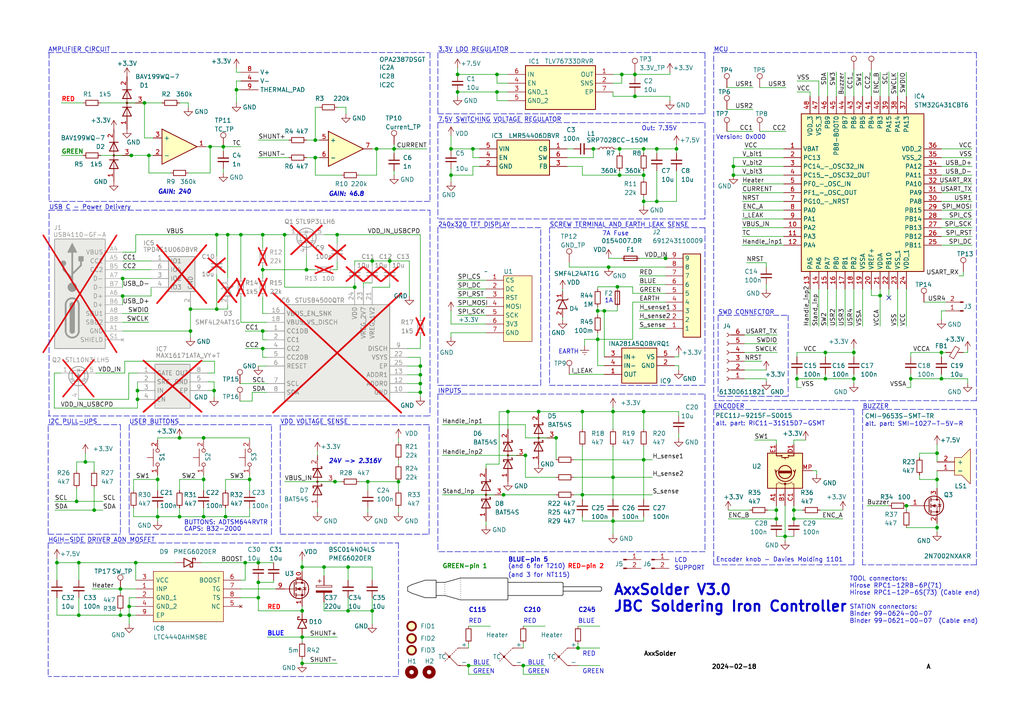
<source format=kicad_sch>
(kicad_sch (version 20230121) (generator eeschema)
  (paper "A4")
  (junction (at 132.715 26.67))
  (junction (at 152.4 132.08))
  (junction (at 184.15 21.59))
  (junction (at 271.78 153.035))
  (junction (at 175.26 90.17))
  (junction (at 193.04 74.93))
  (junction (at 196.215 43.18))
  (junction (at 39.878 115.824))
  (junction (at 225.171 150.495))
  (junction (at 239.395 109.855))
  (junction (at 41.91 29.845))
  (junction (at 264.16 109.855))
  (junction (at 179.07 83.185))
  (junction (at 212.725 50.8))
  (junction (at 230.251 147.955))
  (junction (at 100.965 164.465))
  (junction (at 273.05 102.235))
  (junction (at 231.14 109.855))
  (junction (at 177.8 119.38))
  (junction (at 100.965 177.165))
  (junction (at 59.055 149.86))
  (junction (at 172.085 43.18))
  (junction (at 225.171 147.955))
  (junction (at 106.68 139.7))
  (junction (at 190.5 58.42))
  (junction (at 146.05 143.51))
  (junction (at 87.63 164.465))
  (junction (at 74.93 163.195))
  (junction (at 65.405 149.86))
  (junction (at 76.2 68.072))
  (junction (at 190.5 43.18))
  (junction (at 45.72 149.86))
  (junction (at 87.63 177.165))
  (junction (at 74.93 168.91))
  (junction (at 247.65 109.855))
  (junction (at 107.95 177.165))
  (junction (at 45.72 139.065))
  (junction (at 60.96 42.545))
  (junction (at 227.711 155.575))
  (junction (at 68.58 26.035))
  (junction (at 52.07 149.86))
  (junction (at 107.95 75.692))
  (junction (at 255.27 85.725))
  (junction (at 22.86 178.435))
  (junction (at 93.98 164.465))
  (junction (at 34.925 170.815))
  (junction (at 27.305 147.955))
  (junction (at 22.225 145.415))
  (junction (at 55.245 89.662))
  (junction (at 114.3 43.18))
  (junction (at 247.65 102.235))
  (junction (at 271.78 139.065))
  (junction (at 115.57 139.7))
  (junction (at 34.925 178.435))
  (junction (at 39.37 163.195))
  (junction (at 76.2 101.092))
  (junction (at 230.251 150.495))
  (junction (at 109.22 43.18))
  (junction (at 35.56 85.852))
  (junction (at 239.395 102.235))
  (junction (at 37.465 178.435))
  (junction (at 16.51 163.195))
  (junction (at 130.81 50.8))
  (junction (at 186.69 119.38))
  (junction (at 156.21 119.38))
  (junction (at 177.8 138.43))
  (junction (at 271.78 131.445))
  (junction (at 161.29 127))
  (junction (at 62.865 89.662))
  (junction (at 66.04 68.072))
  (junction (at 43.18 45.085))
  (junction (at 76.2 78.232))
  (junction (at 179.705 43.18))
  (junction (at 62.865 68.072))
  (junction (at 39.878 113.284))
  (junction (at 35.56 80.772))
  (junction (at 72.39 139.065))
  (junction (at 22.86 163.195))
  (junction (at 273.05 109.855))
  (junction (at 88.9 78.232))
  (junction (at 137.16 43.18))
  (junction (at 168.91 119.38))
  (junction (at 102.87 83.312))
  (junction (at 59.055 127))
  (junction (at 82.55 68.072))
  (junction (at 184.15 27.94))
  (junction (at 74.93 173.355))
  (junction (at 113.03 75.692))
  (junction (at 132.715 21.59))
  (junction (at 87.63 184.785))
  (junction (at 121.92 113.792))
  (junction (at 168.91 143.51))
  (junction (at 24.765 133.985))
  (junction (at 144.145 21.59))
  (junction (at 180.34 21.59))
  (junction (at 173.355 98.425))
  (junction (at 121.92 108.712))
  (junction (at 144.145 26.67))
  (junction (at 37.465 175.895))
  (junction (at 76.2 96.012))
  (junction (at 91.44 40.64))
  (junction (at 62.103 113.284))
  (junction (at 71.12 163.195))
  (junction (at 186.69 58.42))
  (junction (at 55.245 96.012))
  (junction (at 64.77 42.545))
  (junction (at 186.69 50.8))
  (junction (at 147.32 119.38))
  (junction (at 177.8 151.13))
  (junction (at 121.92 111.252))
  (junction (at 173.355 90.17))
  (junction (at 167.64 187.96))
  (junction (at 176.53 77.47))
  (junction (at 135.89 193.04))
  (junction (at 52.07 127))
  (junction (at 212.725 48.26))
  (junction (at 186.69 43.18))
  (junction (at 121.92 106.172))
  (junction (at 91.44 45.72))
  (junction (at 151.765 193.04))
  (junction (at 97.155 139.7))
  (junction (at 262.89 146.685))
  (junction (at 87.63 192.405))
  (junction (at 38.1 45.085))
  (junction (at 69.85 68.072))
  (junction (at 130.81 43.18))
  (junction (at 59.055 139.065))
  (junction (at 186.69 133.35))
  (junction (at 97.79 68.072))
  (junction (at 179.705 50.8))
  (no_connect (at 257.81 86.36))
  (wire (pts (xy 215.265 53.34) (xy 227.33 53.34)))
  (polyline (pts (xy 228.6 91.44) (xy 228.6 114.935)) (stroke (width 0) (type dash)))
  (wire (pts (xy 168.91 50.8) (xy 179.705 50.8)))
  (polyline (pts (xy 250.19 118.745) (xy 283.21 118.745)) (stroke (width 0) (type dash)))
  (wire (pts (xy 278.13 80.01) (xy 279.4 80.01)))
  (wire (pts (xy 16.51 161.925) (xy 16.51 163.195)))
  (wire (pts (xy 247.65 83.82) (xy 247.65 94.615)))
  (wire (pts (xy 257.81 20.828) (xy 257.81 27.94)))
  (wire (pts (xy 225.425 99.695) (xy 215.9 99.695)))
  (wire (pts (xy 168.91 119.38) (xy 177.8 119.38)))
  (wire (pts (xy 71.12 163.195) (xy 74.93 163.195)))
  (wire (pts (xy 130.81 50.8) (xy 137.16 50.8)))
  (wire (pts (xy 107.95 173.355) (xy 107.95 177.165)))
  (polyline (pts (xy 13.97 157.48) (xy 115.57 157.48)) (stroke (width 0) (type dash)))
  (wire (pts (xy 96.52 78.232) (xy 97.79 78.232)))
  (wire (pts (xy 132.715 26.67) (xy 144.145 26.67)))
  (wire (pts (xy 273.05 58.42) (xy 281.94 58.42)))
  (wire (pts (xy 177.8 27.94) (xy 177.8 26.67)))
  (wire (pts (xy 266.7 137.795) (xy 266.7 139.065)))
  (wire (pts (xy 15.748 108.204) (xy 17.653 108.204)))
  (wire (pts (xy 152.4 138.43) (xy 152.4 132.08)))
  (wire (pts (xy 69.85 170.815) (xy 80.01 170.815)))
  (wire (pts (xy 107.95 177.165) (xy 107.95 180.975)))
  (wire (pts (xy 39.37 178.435) (xy 37.465 178.435)))
  (wire (pts (xy 92.075 147.32) (xy 92.075 148.59)))
  (wire (pts (xy 93.98 164.465) (xy 100.965 164.465)))
  (wire (pts (xy 147.32 172.72) (xy 163.068 172.72)) (stroke (width 0) (color 0 0 0 1)))
  (wire (pts (xy 190.5 58.42) (xy 196.215 58.42)))
  (wire (pts (xy 68.58 26.035) (xy 68.58 29.845)))
  (wire (pts (xy 115.57 139.7) (xy 115.57 142.24)))
  (wire (pts (xy 130.81 96.52) (xy 130.81 97.79)))
  (wire (pts (xy 194.31 29.21) (xy 194.31 27.94)))
  (wire (pts (xy 173.355 98.425) (xy 173.355 106.045)))
  (wire (pts (xy 16.51 178.435) (xy 16.51 173.355)))
  (wire (pts (xy 247.65 108.585) (xy 247.65 109.855)))
  (wire (pts (xy 225.171 147.955) (xy 222.631 147.955)))
  (wire (pts (xy 121.92 108.712) (xy 121.92 111.252)))
  (wire (pts (xy 174.244 170.18) (xy 174.498 170.434)) (stroke (width 0) (color 0 0 0 1)))
  (wire (pts (xy 132.715 86.36) (xy 140.97 86.36)))
  (wire (pts (xy 114.3 50.8) (xy 114.3 49.53)))
  (wire (pts (xy 212.725 45.72) (xy 227.33 45.72)))
  (wire (pts (xy 185.42 90.17) (xy 193.04 90.17)))
  (wire (pts (xy 169.545 98.425) (xy 169.545 100.33)))
  (wire (pts (xy 16.51 163.195) (xy 16.51 168.275)))
  (wire (pts (xy 230.251 150.495) (xy 230.251 147.955)))
  (wire (pts (xy 225.425 102.235) (xy 215.9 102.235)))
  (wire (pts (xy 97.79 78.232) (xy 97.79 75.692)))
  (wire (pts (xy 123.317 173.355) (xy 126.492 173.355)) (stroke (width 0) (color 0 0 0 1)))
  (wire (pts (xy 60.96 42.545) (xy 64.77 42.545)))
  (wire (pts (xy 222.25 83.82) (xy 222.25 82.55)))
  (wire (pts (xy 137.16 48.26) (xy 139.065 48.26)))
  (wire (pts (xy 118.11 103.632) (xy 121.92 103.632)))
  (wire (pts (xy 92.075 130.81) (xy 92.075 132.08)))
  (polyline (pts (xy 156.845 111.76) (xy 156.845 66.04)) (stroke (width 0) (type dash)))
  (wire (pts (xy 79.375 168.275) (xy 79.375 168.91)))
  (wire (pts (xy 230.251 146.685) (xy 230.251 147.955)))
  (wire (pts (xy 196.85 107.315) (xy 196.85 106.045)))
  (wire (pts (xy 167.64 187.96) (xy 167.64 186.69)))
  (wire (pts (xy 163.322 171.45) (xy 174.244 171.45)) (stroke (width 0) (color 0 0 0 1)))
  (wire (pts (xy 196.85 120.65) (xy 196.85 119.38)))
  (wire (pts (xy 215.265 55.88) (xy 227.33 55.88)))
  (wire (pts (xy 115.57 133.35) (xy 115.57 134.62)))
  (wire (pts (xy 104.14 139.7) (xy 106.68 139.7)))
  (wire (pts (xy 16.51 178.435) (xy 22.86 178.435)))
  (wire (pts (xy 62.23 108.204) (xy 60.198 108.204)))
  (wire (pts (xy 41.91 29.845) (xy 46.99 29.845)))
  (wire (pts (xy 130.81 93.98) (xy 140.97 93.98)))
  (wire (pts (xy 62.865 89.662) (xy 66.04 89.662)))
  (wire (pts (xy 273.05 48.26) (xy 281.94 48.26)))
  (wire (pts (xy 185.42 95.25) (xy 193.04 95.25)))
  (wire (pts (xy 74.93 168.275) (xy 74.93 168.91)))
  (wire (pts (xy 196.85 102.87) (xy 196.85 103.505)))
  (wire (pts (xy 164.465 43.18) (xy 166.37 43.18)))
  (wire (pts (xy 183.515 83.185) (xy 183.515 85.09)))
  (wire (pts (xy 184.15 21.59) (xy 184.15 22.225)))
  (wire (pts (xy 271.78 151.765) (xy 271.78 153.035)))
  (wire (pts (xy 76.2 90.932) (xy 77.47 90.932)))
  (polyline (pts (xy 124.46 123.19) (xy 81.28 123.19)) (stroke (width 0) (type dash)))
  (wire (pts (xy 77.47 96.012) (xy 76.2 96.012)))
  (polyline (pts (xy 127 35.56) (xy 127 63.5)) (stroke (width 0) (type dash)))
  (wire (pts (xy 273.05 109.855) (xy 280.67 109.855)))
  (wire (pts (xy 142.24 181.61) (xy 135.89 181.61)))
  (wire (pts (xy 107.95 75.692) (xy 107.95 76.962)))
  (polyline (pts (xy 207.01 163.83) (xy 207.01 118.745)) (stroke (width 0) (type dash)))
  (polyline (pts (xy 37.465 123.19) (xy 37.465 154.94)) (stroke (width 0) (type dash)))
  (wire (pts (xy 133.604 167.64) (xy 133.604 173.99)) (stroke (width 0) (type dot) (color 0 0 0 1)))
  (wire (pts (xy 186.69 59.69) (xy 186.69 58.42)))
  (wire (pts (xy 163.322 170.18) (xy 174.244 170.18)) (stroke (width 0) (color 0 0 0 1)))
  (wire (pts (xy 177.8 21.59) (xy 180.34 21.59)))
  (wire (pts (xy 35.56 90.932) (xy 43.18 90.932)))
  (wire (pts (xy 231.14 112.395) (xy 231.14 109.855)))
  (wire (pts (xy 39.878 110.744) (xy 39.878 113.284)))
  (wire (pts (xy 45.72 147.32) (xy 45.72 149.86)))
  (wire (pts (xy 52.07 149.86) (xy 59.055 149.86)))
  (wire (pts (xy 190.5 44.45) (xy 190.5 43.18)))
  (wire (pts (xy 211.201 150.495) (xy 225.171 150.495)))
  (wire (pts (xy 64.77 48.895) (xy 64.77 50.165)))
  (wire (pts (xy 273.05 109.855) (xy 273.05 108.585)))
  (polyline (pts (xy 13.97 15.24) (xy 124.46 15.24)) (stroke (width 0) (type dash)))
  (wire (pts (xy 74.93 45.72) (xy 83.82 45.72)))
  (wire (pts (xy 177.8 119.38) (xy 177.8 124.46)))
  (wire (pts (xy 72.39 147.32) (xy 72.39 149.86)))
  (wire (pts (xy 255.27 20.955) (xy 255.27 27.94)))
  (wire (pts (xy 168.91 119.38) (xy 168.91 124.46)))
  (wire (pts (xy 37.338 108.204) (xy 37.338 115.824)))
  (wire (pts (xy 126.492 168.275) (xy 123.317 168.275)) (stroke (width 0) (color 0 0 0 1)))
  (wire (pts (xy 151.765 193.04) (xy 158.115 193.04)))
  (polyline (pts (xy 78.74 123.19) (xy 37.465 123.19)) (stroke (width 0) (type dash)))
  (wire (pts (xy 177.8 24.13) (xy 180.34 24.13)))
  (wire (pts (xy 271.78 128.905) (xy 271.78 131.445)))
  (wire (pts (xy 164.465 45.72) (xy 172.085 45.72)))
  (wire (pts (xy 52.07 139.065) (xy 52.07 142.24)))
  (wire (pts (xy 273.05 102.235) (xy 274.32 102.235)))
  (wire (pts (xy 147.066 167.64) (xy 147.32 167.894)) (stroke (width 0) (color 0 0 0 1)))
  (wire (pts (xy 185.42 74.93) (xy 193.04 74.93)))
  (wire (pts (xy 88.9 78.232) (xy 91.44 78.232)))
  (wire (pts (xy 68.58 23.495) (xy 69.85 23.495)))
  (wire (pts (xy 273.05 60.96) (xy 281.94 60.96)))
  (wire (pts (xy 107.95 43.18) (xy 109.22 43.18)))
  (wire (pts (xy 227.711 155.575) (xy 227.711 156.845)))
  (wire (pts (xy 59.055 127) (xy 72.39 127)))
  (wire (pts (xy 39.878 115.824) (xy 39.878 118.364)))
  (polyline (pts (xy 124.714 60.96) (xy 124.714 120.65)) (stroke (width 0) (type dash)))
  (wire (pts (xy 130.81 48.895) (xy 130.81 50.8)))
  (wire (pts (xy 179.07 88.9) (xy 179.07 90.17)))
  (wire (pts (xy 186.69 43.18) (xy 190.5 43.18)))
  (wire (pts (xy 87.63 162.56) (xy 87.63 164.465)))
  (wire (pts (xy 186.69 119.38) (xy 177.8 119.38)))
  (wire (pts (xy 97.79 68.072) (xy 97.79 70.612)))
  (wire (pts (xy 126.492 172.72) (xy 129.032 172.72)) (stroke (width 0) (color 0 0 0 1)))
  (wire (pts (xy 177.8 118.11) (xy 177.8 119.38)))
  (wire (pts (xy 76.2 101.092) (xy 76.2 103.632)))
  (wire (pts (xy 62.23 108.204) (xy 62.23 104.775)))
  (polyline (pts (xy 159.385 66.04) (xy 159.385 111.76)) (stroke (width 0) (type dash)))
  (polyline (pts (xy 124.714 15.24) (xy 124.714 58.42)) (stroke (width 0) (type dash)))
  (wire (pts (xy 100.965 177.165) (xy 107.95 177.165)))
  (wire (pts (xy 24.765 131.445) (xy 24.765 133.985)))
  (wire (pts (xy 158.115 195.58) (xy 151.765 195.58)))
  (wire (pts (xy 74.93 168.91) (xy 74.93 173.355)))
  (wire (pts (xy 107.95 82.042) (xy 105.41 82.042)))
  (wire (pts (xy 27.305 133.985) (xy 24.765 133.985)))
  (wire (pts (xy 39.37 175.895) (xy 37.465 175.895)))
  (wire (pts (xy 242.57 83.82) (xy 242.57 94.615)))
  (polyline (pts (xy 81.28 123.19) (xy 81.28 154.94)) (stroke (width 0) (type dash)))
  (wire (pts (xy 45.72 127.635) (xy 45.72 127)))
  (wire (pts (xy 72.39 139.065) (xy 65.405 139.065)))
  (wire (pts (xy 39.37 168.275) (xy 39.37 163.195)))
  (wire (pts (xy 105.41 82.042) (xy 105.41 83.312)))
  (wire (pts (xy 185.42 92.71) (xy 193.04 92.71)))
  (polyline (pts (xy 228.6 114.935) (xy 208.28 114.935)) (stroke (width 0) (type dash)))
  (wire (pts (xy 69.85 173.355) (xy 74.93 173.355)))
  (polyline (pts (xy 34.925 123.19) (xy 34.925 154.94)) (stroke (width 0) (type dash)))
  (wire (pts (xy 144.145 26.67) (xy 144.145 29.21)))
  (wire (pts (xy 180.34 24.13) (xy 180.34 21.59)))
  (wire (pts (xy 190.5 43.18) (xy 196.215 43.18)))
  (wire (pts (xy 215.9 43.18) (xy 227.33 43.18)))
  (polyline (pts (xy 13.97 123.19) (xy 34.925 123.19)) (stroke (width 0) (type dash)))
  (wire (pts (xy 176.53 74.93) (xy 180.34 74.93)))
  (wire (pts (xy 43.815 83.312) (xy 43.815 85.852)))
  (polyline (pts (xy 247.65 118.745) (xy 247.65 163.83)) (stroke (width 0) (type dash)))
  (wire (pts (xy 271.78 153.035) (xy 271.78 154.305)))
  (wire (pts (xy 38.735 147.32) (xy 38.735 149.86)))
  (wire (pts (xy 62.103 110.744) (xy 60.198 110.744)))
  (wire (pts (xy 45.72 137.795) (xy 45.72 139.065)))
  (wire (pts (xy 121.92 106.172) (xy 121.92 108.712)))
  (wire (pts (xy 87.63 175.895) (xy 87.63 177.165)))
  (wire (pts (xy 22.225 133.985) (xy 22.225 136.525)))
  (wire (pts (xy 144.145 24.13) (xy 144.145 21.59)))
  (wire (pts (xy 264.16 108.585) (xy 264.16 109.855)))
  (wire (pts (xy 92.71 31.115) (xy 91.44 31.115)))
  (wire (pts (xy 114.3 41.91) (xy 114.3 43.18)))
  (wire (pts (xy 137.16 50.8) (xy 137.16 48.26)))
  (wire (pts (xy 262.89 146.685) (xy 262.89 147.955)))
  (wire (pts (xy 210.82 38.1) (xy 218.44 38.1)))
  (wire (pts (xy 118.745 75.692) (xy 113.03 75.692)))
  (wire (pts (xy 69.85 168.275) (xy 71.12 168.275)))
  (wire (pts (xy 24.765 133.985) (xy 22.225 133.985)))
  (wire (pts (xy 262.89 153.035) (xy 271.78 153.035)))
  (wire (pts (xy 280.67 101.6) (xy 280.67 102.235)))
  (wire (pts (xy 65.405 139.065) (xy 65.405 142.24)))
  (polyline (pts (xy 247.65 163.83) (xy 207.01 163.83)) (stroke (width 0) (type dash)))
  (polyline (pts (xy 127 33.02) (xy 204.47 33.02)) (stroke (width 0) (type dash)))
  (wire (pts (xy 43.18 45.085) (xy 43.18 50.165)))
  (wire (pts (xy 271.78 139.065) (xy 271.78 141.605)))
  (wire (pts (xy 107.95 83.312) (xy 113.03 83.312)))
  (wire (pts (xy 273.05 53.34) (xy 281.94 53.34)))
  (wire (pts (xy 137.16 45.72) (xy 137.16 43.18)))
  (wire (pts (xy 119.507 172.085) (xy 123.317 173.355)) (stroke (width 0) (color 0 0 0 1)))
  (wire (pts (xy 52.07 147.32) (xy 52.07 149.86)))
  (wire (pts (xy 266.7 139.065) (xy 271.78 139.065)))
  (wire (pts (xy 58.42 163.195) (xy 71.12 163.195)))
  (wire (pts (xy 69.85 85.852) (xy 69.85 93.472)))
  (polyline (pts (xy 283.21 163.83) (xy 250.19 163.83)) (stroke (width 0) (type dash)))
  (wire (pts (xy 60.96 42.545) (xy 60.96 50.165)))
  (wire (pts (xy 279.4 102.235) (xy 280.67 102.235)))
  (wire (pts (xy 227.965 25.4) (xy 220.345 25.4)))
  (wire (pts (xy 135.89 193.04) (xy 142.24 193.04)))
  (wire (pts (xy 186.69 50.8) (xy 186.69 49.53)))
  (wire (pts (xy 234.95 94.615) (xy 234.95 83.82)))
  (wire (pts (xy 22.86 178.435) (xy 22.86 173.355)))
  (wire (pts (xy 76.2 96.012) (xy 76.2 98.552)))
  (wire (pts (xy 100.33 33.02) (xy 100.33 31.115)))
  (wire (pts (xy 76.2 68.072) (xy 82.55 68.072)))
  (wire (pts (xy 72.39 127.635) (xy 72.39 127)))
  (polyline (pts (xy 124.714 58.42) (xy 14.224 58.42)) (stroke (width 0) (type dash)))
  (wire (pts (xy 168.91 143.51) (xy 168.91 144.78)))
  (wire (pts (xy 68.58 26.035) (xy 69.85 26.035)))
  (wire (pts (xy 196.85 125.73) (xy 196.85 127)))
  (wire (pts (xy 245.11 20.955) (xy 245.11 27.94)))
  (polyline (pts (xy 156.845 66.04) (xy 127 66.04)) (stroke (width 0) (type dash)))
  (wire (pts (xy 45.72 127) (xy 52.07 127)))
  (wire (pts (xy 115.57 127) (xy 115.57 128.27)))
  (wire (pts (xy 218.44 31.75) (xy 210.82 31.75)))
  (wire (pts (xy 118.11 106.172) (xy 121.92 106.172)))
  (wire (pts (xy 247.65 102.235) (xy 247.65 103.505)))
  (wire (pts (xy 55.245 89.662) (xy 55.245 96.012)))
  (wire (pts (xy 35.56 80.772) (xy 43.815 80.772)))
  (wire (pts (xy 88.9 45.72) (xy 91.44 45.72)))
  (wire (pts (xy 121.92 111.252) (xy 121.92 113.792)))
  (polyline (pts (xy 204.47 66.04) (xy 204.47 111.76)) (stroke (width 0) (type dash)))
  (polyline (pts (xy 115.57 157.48) (xy 115.57 196.215)) (stroke (width 0) (type dash)))
  (wire (pts (xy 186.69 52.07) (xy 186.69 50.8)))
  (wire (pts (xy 93.98 164.465) (xy 93.98 167.005)))
  (wire (pts (xy 264.16 109.855) (xy 273.05 109.855)))
  (wire (pts (xy 185.42 80.01) (xy 193.04 80.01)))
  (wire (pts (xy 179.705 50.8) (xy 186.69 50.8)))
  (wire (pts (xy 215.9 109.855) (xy 222.25 109.855)))
  (wire (pts (xy 230.251 150.495) (xy 244.475 150.495)))
  (wire (pts (xy 186.69 149.86) (xy 186.69 151.13)))
  (wire (pts (xy 237.49 83.82) (xy 237.49 94.615)))
  (wire (pts (xy 22.225 145.415) (xy 29.845 145.415)))
  (wire (pts (xy 172.085 43.18) (xy 172.085 45.72)))
  (wire (pts (xy 22.733 115.824) (xy 37.338 115.824)))
  (wire (pts (xy 133.604 167.64) (xy 147.066 167.64)) (stroke (width 0) (color 0 0 0 1)))
  (wire (pts (xy 168.91 151.13) (xy 177.8 151.13)))
  (wire (pts (xy 15.748 118.364) (xy 15.748 108.204)))
  (wire (pts (xy 273.05 71.12) (xy 281.94 71.12)))
  (wire (pts (xy 74.93 168.91) (xy 79.375 168.91)))
  (wire (pts (xy 27.305 147.955) (xy 29.845 147.955)))
  (wire (pts (xy 234.95 26.67) (xy 231.14 26.67)))
  (polyline (pts (xy 127 111.76) (xy 156.845 111.76)) (stroke (width 0) (type dash)))
  (wire (pts (xy 77.47 101.092) (xy 76.2 101.092)))
  (polyline (pts (xy 14.224 120.65) (xy 14.224 60.96)) (stroke (width 0) (type dash)))
  (wire (pts (xy 129.032 172.72) (xy 133.604 173.99)) (stroke (width 0) (color 0 0 0 1)))
  (wire (pts (xy 34.925 178.435) (xy 37.465 178.435)))
  (wire (pts (xy 245.11 83.82) (xy 245.11 94.615)))
  (wire (pts (xy 215.265 63.5) (xy 227.33 63.5)))
  (wire (pts (xy 273.05 50.8) (xy 281.94 50.8)))
  (wire (pts (xy 118.237 171.45) (xy 119.507 172.085)) (stroke (width 0) (color 0 0 0 1)))
  (wire (pts (xy 147.32 168.91) (xy 163.068 168.91)) (stroke (width 0) (color 0 0 0 1)))
  (wire (pts (xy 167.64 187.96) (xy 173.99 187.96)))
  (wire (pts (xy 240.03 83.82) (xy 240.03 94.615)))
  (wire (pts (xy 102.87 76.962) (xy 102.87 75.692)))
  (wire (pts (xy 121.92 103.632) (xy 121.92 106.172)))
  (wire (pts (xy 36.195 108.204) (xy 27.813 108.204)))
  (wire (pts (xy 184.15 20.955) (xy 184.15 21.59)))
  (wire (pts (xy 35.56 96.012) (xy 55.245 96.012)))
  (wire (pts (xy 190.5 49.53) (xy 190.5 58.42)))
  (wire (pts (xy 236.855 136.525) (xy 236.855 137.541)))
  (wire (pts (xy 151.765 186.69) (xy 151.765 187.96)))
  (wire (pts (xy 247.65 100.965) (xy 247.65 102.235)))
  (wire (pts (xy 35.56 93.472) (xy 43.18 93.472)))
  (wire (pts (xy 118.11 108.712) (xy 121.92 108.712)))
  (wire (pts (xy 71.12 168.275) (xy 71.12 163.195)))
  (wire (pts (xy 144.145 29.21) (xy 147.32 29.21)))
  (polyline (pts (xy 204.47 160.02) (xy 127 160.02)) (stroke (width 0) (type dash)))
  (wire (pts (xy 73.152 113.792) (xy 77.47 113.792)))
  (wire (pts (xy 41.91 29.845) (xy 41.91 40.005)))
  (wire (pts (xy 163.322 169.164) (xy 163.322 172.466)) (stroke (width 0) (color 0 0 0 1)))
  (wire (pts (xy 279.4 80.01) (xy 279.4 78.74)))
  (wire (pts (xy 196.85 106.045) (xy 195.58 106.045)))
  (wire (pts (xy 82.55 83.312) (xy 102.87 83.312)))
  (wire (pts (xy 113.03 76.962) (xy 113.03 75.692)))
  (wire (pts (xy 262.89 27.94) (xy 262.89 20.955)))
  (wire (pts (xy 35.56 78.232) (xy 43.815 78.232)))
  (wire (pts (xy 175.26 90.17) (xy 179.07 90.17)))
  (wire (pts (xy 34.925 177.165) (xy 34.925 178.435)))
  (wire (pts (xy 52.07 127) (xy 59.055 127)))
  (wire (pts (xy 45.72 149.86) (xy 52.07 149.86)))
  (polyline (pts (xy 124.46 120.65) (xy 13.97 120.65)) (stroke (width 0) (type dash)))
  (wire (pts (xy 106.68 139.7) (xy 106.68 142.24)))
  (wire (pts (xy 54.61 31.115) (xy 54.61 29.845)))
  (wire (pts (xy 62.23 104.775) (xy 36.195 104.775)))
  (wire (pts (xy 65.405 149.86) (xy 72.39 149.86)))
  (wire (pts (xy 37.465 175.895) (xy 37.465 178.435)))
  (wire (pts (xy 118.11 111.252) (xy 121.92 111.252)))
  (wire (pts (xy 227.711 146.685) (xy 227.711 155.575)))
  (wire (pts (xy 179.705 49.53) (xy 179.705 50.8)))
  (wire (pts (xy 164.465 48.26) (xy 168.91 48.26)))
  (wire (pts (xy 93.98 68.072) (xy 97.79 68.072)))
  (polyline (pts (xy 13.97 154.94) (xy 34.925 154.94)) (stroke (width 0) (type dash)))
  (wire (pts (xy 179.705 43.18) (xy 186.69 43.18)))
  (wire (pts (xy 60.96 50.165) (xy 54.61 50.165)))
  (wire (pts (xy 62.103 115.189) (xy 62.103 113.284)))
  (wire (pts (xy 252.73 85.725) (xy 255.27 85.725)))
  (wire (pts (xy 132.715 26.67) (xy 132.715 27.94)))
  (wire (pts (xy 55.245 97.79) (xy 55.245 96.012)))
  (wire (pts (xy 183.515 87.63) (xy 193.04 87.63)))
  (wire (pts (xy 69.85 68.072) (xy 69.85 80.772)))
  (wire (pts (xy 255.27 83.82) (xy 255.27 85.725)))
  (wire (pts (xy 196.85 103.505) (xy 195.58 103.505)))
  (wire (pts (xy 250.19 20.955) (xy 250.19 27.94)))
  (wire (pts (xy 212.725 45.72) (xy 212.725 48.26)))
  (wire (pts (xy 34.925 170.815) (xy 34.925 172.085)))
  (wire (pts (xy 107.95 75.692) (xy 113.03 75.692)))
  (wire (pts (xy 121.92 101.092) (xy 118.11 101.092)))
  (polyline (pts (xy 204.47 63.5) (xy 127 63.5)) (stroke (width 0) (type dash)))
  (wire (pts (xy 227.711 155.575) (xy 230.251 155.575)))
  (wire (pts (xy 186.69 133.35) (xy 189.23 133.35)))
  (wire (pts (xy 68.58 23.495) (xy 68.58 26.035)))
  (wire (pts (xy 146.05 143.51) (xy 161.29 143.51)))
  (wire (pts (xy 273.05 55.88) (xy 281.94 55.88)))
  (wire (pts (xy 87.63 164.465) (xy 93.98 164.465)))
  (polyline (pts (xy 283.21 116.205) (xy 207.01 116.205)) (stroke (width 0) (type dash)))
  (wire (pts (xy 177.8 151.13) (xy 177.8 154.94)))
  (polyline (pts (xy 127 114.3) (xy 127 160.02)) (stroke (width 0) (type dash)))
  (wire (pts (xy 152.4 138.43) (xy 161.29 138.43)))
  (wire (pts (xy 76.2 78.232) (xy 76.2 80.772)))
  (wire (pts (xy 76.2 76.962) (xy 76.2 78.232)))
  (wire (pts (xy 38.735 149.86) (xy 45.72 149.86)))
  (wire (pts (xy 266.7 131.445) (xy 266.7 132.715)))
  (wire (pts (xy 177.8 138.43) (xy 177.8 144.78)))
  (wire (pts (xy 184.15 21.59) (xy 194.31 21.59)))
  (wire (pts (xy 168.91 50.8) (xy 168.91 48.26)))
  (wire (pts (xy 152.4 127) (xy 161.29 127)))
  (wire (pts (xy 130.81 39.37) (xy 130.81 43.18)))
  (wire (pts (xy 273.05 63.5) (xy 281.94 63.5)))
  (wire (pts (xy 71.12 101.092) (xy 76.2 101.092)))
  (wire (pts (xy 233.68 127.635) (xy 230.251 127.635)))
  (wire (pts (xy 225.171 146.685) (xy 225.171 147.955)))
  (wire (pts (xy 130.81 43.18) (xy 130.81 43.815)))
  (wire (pts (xy 16.51 163.195) (xy 22.86 163.195)))
  (wire (pts (xy 179.705 43.18) (xy 179.705 44.45)))
  (wire (pts (xy 196.215 41.91) (xy 196.215 43.18)))
  (wire (pts (xy 216.535 76.2) (xy 222.25 76.2)))
  (wire (pts (xy 168.91 129.54) (xy 168.91 143.51)))
  (wire (pts (xy 239.395 102.235) (xy 239.395 103.505)))
  (polyline (pts (xy 78.74 154.94) (xy 78.74 123.19)) (stroke (width 0) (type dash)))
  (wire (pts (xy 166.37 138.43) (xy 177.8 138.43)))
  (wire (pts (xy 76.2 85.852) (xy 76.2 90.932)))
  (wire (pts (xy 158.115 181.61) (xy 151.765 181.61)))
  (wire (pts (xy 178.435 43.18) (xy 179.705 43.18)))
  (wire (pts (xy 177.8 149.86) (xy 177.8 151.13)))
  (wire (pts (xy 140.97 134.62) (xy 140.97 135.89)))
  (wire (pts (xy 64.77 42.545) (xy 69.85 42.545)))
  (wire (pts (xy 93.98 174.625) (xy 93.98 177.165)))
  (wire (pts (xy 273.05 66.04) (xy 281.94 66.04)))
  (wire (pts (xy 97.79 68.072) (xy 121.92 68.072)))
  (wire (pts (xy 166.37 143.51) (xy 168.91 143.51)))
  (wire (pts (xy 271.78 136.525) (xy 271.78 139.065)))
  (polyline (pts (xy 283.21 110.49) (xy 283.21 116.205)) (stroke (width 0) (type dash)))
  (wire (pts (xy 132.715 21.59) (xy 144.145 21.59)))
  (wire (pts (xy 37.465 173.355) (xy 37.465 175.895)))
  (wire (pts (xy 144.145 26.67) (xy 147.32 26.67)))
  (wire (pts (xy 142.24 195.58) (xy 135.89 195.58)))
  (wire (pts (xy 163.322 172.466) (xy 163.068 172.72)) (stroke (width 0) (color 0 0 0 1)))
  (wire (pts (xy 97.155 139.7) (xy 99.06 139.7)))
  (polyline (pts (xy 127 114.3) (xy 204.47 114.3)) (stroke (width 0) (type dash)))
  (wire (pts (xy 144.78 119.38) (xy 147.32 119.38)))
  (wire (pts (xy 237.49 23.495) (xy 231.14 23.495)))
  (wire (pts (xy 77.47 184.785) (xy 87.63 184.785)))
  (wire (pts (xy 109.22 50.8) (xy 109.22 43.18)))
  (polyline (pts (xy 208.28 91.44) (xy 208.28 114.935)) (stroke (width 0) (type dash)))
  (wire (pts (xy 239.395 109.855) (xy 247.65 109.855)))
  (wire (pts (xy 144.145 21.59) (xy 147.32 21.59)))
  (wire (pts (xy 240.03 20.955) (xy 240.03 27.94)))
  (wire (pts (xy 132.715 88.9) (xy 140.97 88.9)))
  (wire (pts (xy 38.735 139.065) (xy 38.735 142.24)))
  (wire (pts (xy 72.39 137.795) (xy 72.39 139.065)))
  (wire (pts (xy 230.251 127.635) (xy 230.251 128.905)))
  (wire (pts (xy 62.865 79.502) (xy 62.865 89.662)))
  (polyline (pts (xy 124.46 154.94) (xy 124.46 123.19)) (stroke (width 0) (type dash)))
  (wire (pts (xy 252.73 20.32) (xy 252.73 27.94)))
  (wire (pts (xy 280.67 111.125) (xy 280.67 109.855)))
  (wire (pts (xy 147.32 119.38) (xy 156.21 119.38)))
  (wire (pts (xy 114.3 43.18) (xy 123.825 43.18)))
  (wire (pts (xy 43.18 50.165) (xy 49.53 50.165)))
  (wire (pts (xy 22.86 163.195) (xy 39.37 163.195)))
  (wire (pts (xy 175.26 90.17) (xy 173.355 90.17)))
  (polyline (pts (xy 13.97 154.94) (xy 13.97 123.19)) (stroke (width 0) (type dash)))
  (wire (pts (xy 52.07 29.845) (xy 54.61 29.845)))
  (wire (pts (xy 163.195 83.82) (xy 163.195 84.455)))
  (wire (pts (xy 215.265 71.12) (xy 227.33 71.12)))
  (wire (pts (xy 173.355 98.425) (xy 183.515 98.425)))
  (wire (pts (xy 15.875 147.955) (xy 27.305 147.955)))
  (wire (pts (xy 37.465 178.435) (xy 37.465 180.975)))
  (wire (pts (xy 29.21 29.845) (xy 41.91 29.845)))
  (wire (pts (xy 45.72 139.065) (xy 45.72 142.24)))
  (wire (pts (xy 38.1 45.085) (xy 43.18 45.085)))
  (wire (pts (xy 100.965 164.465) (xy 100.965 168.275)))
  (wire (pts (xy 76.2 78.232) (xy 88.9 78.232)))
  (wire (pts (xy 234.95 27.94) (xy 234.95 26.67)))
  (wire (pts (xy 71.12 96.012) (xy 76.2 96.012)))
  (wire (pts (xy 273.05 102.235) (xy 273.05 103.505)))
  (wire (pts (xy 173.99 181.61) (xy 167.64 181.61)))
  (wire (pts (xy 185.42 82.55) (xy 193.04 82.55)))
  (wire (pts (xy 76.2 98.552) (xy 77.47 98.552)))
  (wire (pts (xy 39.37 73.152) (xy 39.37 68.072)))
  (wire (pts (xy 273.05 45.72) (xy 281.94 45.72)))
  (wire (pts (xy 39.37 68.072) (xy 62.865 68.072)))
  (wire (pts (xy 250.19 83.82) (xy 250.19 94.615)))
  (wire (pts (xy 62.865 68.072) (xy 62.865 74.422)))
  (wire (pts (xy 247.65 20.32) (xy 247.65 27.94)))
  (polyline (pts (xy 127 66.04) (xy 127 111.76)) (stroke (width 0) (type dash)))
  (wire (pts (xy 118.745 85.852) (xy 118.745 75.692)))
  (wire (pts (xy 99.06 50.8) (xy 91.44 50.8)))
  (wire (pts (xy 237.871 147.955) (xy 244.475 147.955)))
  (wire (pts (xy 186.69 58.42) (xy 190.5 58.42)))
  (wire (pts (xy 237.49 23.495) (xy 237.49 27.94)))
  (wire (pts (xy 193.675 74.93) (xy 193.04 74.93)))
  (wire (pts (xy 15.748 118.364) (xy 39.878 118.364)))
  (wire (pts (xy 215.9 97.155) (xy 225.425 97.155)))
  (wire (pts (xy 273.05 90.17) (xy 274.32 90.17)))
  (wire (pts (xy 225.171 150.495) (xy 225.171 147.955)))
  (wire (pts (xy 93.98 177.165) (xy 100.965 177.165)))
  (wire (pts (xy 161.29 127) (xy 161.29 133.35)))
  (wire (pts (xy 183.515 87.63) (xy 183.515 98.425)))
  (wire (pts (xy 113.03 82.042) (xy 113.03 83.312)))
  (wire (pts (xy 222.25 110.49) (xy 222.25 109.855)))
  (wire (pts (xy 59.055 149.86) (xy 65.405 149.86)))
  (wire (pts (xy 62.865 68.072) (xy 66.04 68.072)))
  (wire (pts (xy 17.78 29.845) (xy 24.13 29.845)))
  (wire (pts (xy 137.16 43.18) (xy 139.065 43.18)))
  (wire (pts (xy 140.97 134.62) (xy 144.78 134.62)))
  (wire (pts (xy 147.066 173.99) (xy 147.32 173.736)) (stroke (width 0) (color 0 0 0 1)))
  (wire (pts (xy 132.715 81.28) (xy 140.97 81.28)))
  (wire (pts (xy 35.56 85.852) (xy 35.56 88.392)))
  (polyline (pts (xy 208.28 91.44) (xy 228.6 91.44)) (stroke (width 0) (type dash)))
  (wire (pts (xy 59.055 127.635) (xy 59.055 127)))
  (wire (pts (xy 147.32 167.894) (xy 147.32 173.736)) (stroke (width 0) (color 0 0 0 1)))
  (wire (pts (xy 147.32 124.46) (xy 147.32 119.38)))
  (wire (pts (xy 264.16 102.235) (xy 264.16 103.505)))
  (wire (pts (xy 132.715 19.685) (xy 132.715 21.59)))
  (wire (pts (xy 264.16 102.235) (xy 273.05 102.235)))
  (wire (pts (xy 52.07 139.065) (xy 59.055 139.065)))
  (wire (pts (xy 45.72 149.86) (xy 45.72 151.13)))
  (wire (pts (xy 156.21 119.38) (xy 168.91 119.38)))
  (wire (pts (xy 273.05 68.58) (xy 281.94 68.58)))
  (wire (pts (xy 82.55 68.072) (xy 83.82 68.072)))
  (polyline (pts (xy 204.47 114.3) (xy 204.47 160.02)) (stroke (width 0) (type dash)))
  (wire (pts (xy 186.69 124.46) (xy 186.69 119.38)))
  (wire (pts (xy 173.355 83.185) (xy 173.355 83.82)))
  (polyline (pts (xy 204.47 33.02) (xy 204.47 15.24)) (stroke (width 0) (type dash)))
  (wire (pts (xy 115.57 147.32) (xy 115.57 148.59)))
  (wire (pts (xy 173.355 90.17) (xy 173.355 91.44)))
  (wire (pts (xy 189.23 143.51) (xy 168.91 143.51)))
  (wire (pts (xy 129.032 168.91) (xy 129.032 172.72)) (stroke (width 0) (type dot) (color 0 0 0 1)))
  (wire (pts (xy 175.26 103.505) (xy 175.26 90.17)))
  (wire (pts (xy 130.81 43.18) (xy 137.16 43.18)))
  (wire (pts (xy 186.69 151.13) (xy 177.8 151.13)))
  (wire (pts (xy 163.068 168.91) (xy 163.322 169.164)) (stroke (width 0) (color 0 0 0 1)))
  (wire (pts (xy 173.355 106.045) (xy 175.26 106.045)))
  (wire (pts (xy 74.93 173.355) (xy 74.93 177.165)))
  (wire (pts (xy 173.355 88.9) (xy 173.355 90.17)))
  (wire (pts (xy 121.92 97.282) (xy 121.92 101.092)))
  (polyline (pts (xy 159.385 66.04) (xy 204.47 66.04)) (stroke (width 0) (type dash)))
  (wire (pts (xy 114.3 43.18) (xy 114.3 44.45)))
  (wire (pts (xy 102.87 75.692) (xy 107.95 75.692)))
  (wire (pts (xy 68.58 20.955) (xy 69.85 20.955)))
  (wire (pts (xy 35.56 80.772) (xy 35.56 83.312)))
  (wire (pts (xy 215.265 58.42) (xy 227.33 58.42)))
  (wire (pts (xy 215.265 66.04) (xy 227.33 66.04)))
  (wire (pts (xy 165.1 108.585) (xy 175.26 108.585)))
  (wire (pts (xy 196.85 119.38) (xy 186.69 119.38)))
  (wire (pts (xy 82.55 68.072) (xy 82.55 83.312)))
  (wire (pts (xy 62.103 113.284) (xy 62.103 110.744)))
  (wire (pts (xy 264.16 112.395) (xy 264.16 109.855)))
  (wire (pts (xy 215.9 107.315) (xy 222.25 107.315)))
  (wire (pts (xy 107.95 164.465) (xy 107.95 168.275)))
  (wire (pts (xy 215.392 60.96) (xy 227.33 60.96)))
  (wire (pts (xy 222.25 76.2) (xy 222.25 77.47)))
  (polyline (pts (xy 207.01 118.745) (xy 247.65 118.745)) (stroke (width 0) (type dash)))
  (wire (pts (xy 172.085 43.18) (xy 173.355 43.18)))
  (wire (pts (xy 87.63 192.405) (xy 97.79 192.405)))
  (polyline (pts (xy 81.28 154.94) (xy 124.46 154.94)) (stroke (width 0) (type dash)))
  (wire (pts (xy 140.97 152.4) (xy 140.97 151.13)))
  (wire (pts (xy 74.93 163.195) (xy 79.375 163.195)))
  (wire (pts (xy 68.58 19.685) (xy 68.58 20.955)))
  (wire (pts (xy 100.965 173.355) (xy 100.965 177.165)))
  (wire (pts (xy 183.515 85.09) (xy 193.04 85.09)))
  (wire (pts (xy 88.9 73.787) (xy 88.9 78.232)))
  (wire (pts (xy 106.68 139.7) (xy 115.57 139.7)))
  (wire (pts (xy 22.86 163.195) (xy 22.86 168.275)))
  (wire (pts (xy 177.8 129.54) (xy 177.8 138.43)))
  (wire (pts (xy 133.604 173.99) (xy 147.066 173.99)) (stroke (width 0) (color 0 0 0 1)))
  (wire (pts (xy 144.78 134.62) (xy 144.78 119.38)))
  (wire (pts (xy 271.78 131.445) (xy 271.78 133.985)))
  (wire (pts (xy 130.81 96.52) (xy 140.97 96.52)))
  (polyline (pts (xy 127 35.56) (xy 204.47 35.56)) (stroke (width 0) (type dash)))
  (wire (pts (xy 239.395 108.585) (xy 239.395 109.855)))
  (wire (pts (xy 87.63 164.465) (xy 87.63 165.735)))
  (wire (pts (xy 168.91 149.86) (xy 168.91 151.13)))
  (wire (pts (xy 66.04 68.072) (xy 69.85 68.072)))
  (wire (pts (xy 15.875 145.415) (xy 22.225 145.415)))
  (wire (pts (xy 180.34 21.59) (xy 184.15 21.59)))
  (wire (pts (xy 212.725 48.26) (xy 212.725 50.8)))
  (wire (pts (xy 165.1 77.47) (xy 176.53 77.47)))
  (wire (pts (xy 88.9 40.64) (xy 91.44 40.64)))
  (wire (pts (xy 69.596 111.252) (xy 77.47 111.252)))
  (wire (pts (xy 91.44 50.8) (xy 91.44 45.72)))
  (wire (pts (xy 218.44 25.4) (xy 210.82 25.4)))
  (wire (pts (xy 147.32 24.13) (xy 144.145 24.13)))
  (wire (pts (xy 186.69 58.42) (xy 186.69 57.15)))
  (wire (pts (xy 69.85 68.072) (xy 76.2 68.072)))
  (wire (pts (xy 106.68 147.32) (xy 106.68 148.59)))
  (wire (pts (xy 173.99 193.04) (xy 167.64 193.04)))
  (wire (pts (xy 43.815 85.852) (xy 35.56 85.852)))
  (wire (pts (xy 37.338 108.204) (xy 39.878 108.204)))
  (wire (pts (xy 74.93 177.165) (xy 87.63 177.165)))
  (wire (pts (xy 66.04 88.392) (xy 66.04 89.662)))
  (wire (pts (xy 235.585 136.525) (xy 236.855 136.525)))
  (wire (pts (xy 22.225 141.605) (xy 22.225 145.415)))
  (wire (pts (xy 27.305 141.605) (xy 27.305 147.955)))
  (wire (pts (xy 59.055 137.795) (xy 59.055 139.065)))
  (wire (pts (xy 34.925 170.815) (xy 39.37 170.815)))
  (wire (pts (xy 251.46 146.685) (xy 257.81 146.685)))
  (wire (pts (xy 74.93 106.172) (xy 77.47 106.172)))
  (wire (pts (xy 91.44 40.64) (xy 92.71 40.64)))
  (wire (pts (xy 60.96 42.545) (xy 59.69 42.545)))
  (wire (pts (xy 176.53 77.47) (xy 193.04 77.47)))
  (polyline (pts (xy 283.21 15.24) (xy 283.21 110.49)) (stroke (width 0) (type dash)))
  (polyline (pts (xy 115.57 196.215) (xy 13.97 196.215)) (stroke (width 0) (type dash)))
  (wire (pts (xy 262.89 83.82) (xy 262.89 94.615)))
  (wire (pts (xy 225.171 127.635) (xy 218.821 127.635)))
  (wire (pts (xy 239.395 102.235) (xy 247.65 102.235)))
  (wire (pts (xy 37.465 173.355) (xy 39.37 173.355)))
  (wire (pts (xy 220.98 104.775) (xy 215.9 104.775)))
  (wire (pts (xy 59.055 139.065) (xy 59.055 142.24)))
  (wire (pts (xy 74.93 40.64) (xy 83.82 40.64)))
  (wire (pts (xy 41.91 40.005) (xy 44.45 40.005)))
  (wire (pts (xy 196.215 44.45) (xy 196.215 43.18)))
  (wire (pts (xy 169.545 98.425) (xy 173.355 98.425)))
  (wire (pts (xy 133.604 167.64) (xy 129.032 168.91)) (stroke (width 0) (color 0 0 0 1)))
  (wire (pts (xy 186.69 133.35) (xy 186.69 144.78)))
  (wire (pts (xy 132.715 91.44) (xy 140.97 91.44)))
  (wire (pts (xy 186.69 44.45) (xy 186.69 43.18)))
  (wire (pts (xy 17.78 45.085) (xy 24.13 45.085)))
  (wire (pts (xy 166.37 133.35) (xy 186.69 133.35)))
  (wire (pts (xy 60.198 113.284) (xy 62.103 113.284)))
  (wire (pts (xy 231.14 102.235) (xy 231.14 103.505)))
  (wire (pts (xy 104.14 50.8) (xy 109.22 50.8)))
  (wire (pts (xy 35.56 73.152) (xy 39.37 73.152)))
  (wire (pts (xy 262.89 146.685) (xy 264.16 146.685)))
  (wire (pts (xy 87.63 186.055) (xy 87.63 184.785)))
  (wire (pts (xy 215.265 68.58) (xy 227.33 68.58)))
  (wire (pts (xy 189.23 138.43) (xy 177.8 138.43)))
  (wire (pts (xy 173.355 96.52) (xy 173.355 98.425)))
  (wire (pts (xy 55.245 89.662) (xy 62.865 89.662)))
  (wire (pts (xy 87.63 184.785) (xy 97.79 184.785)))
  (wire (pts (xy 43.18 45.085) (xy 44.45 45.085)))
  (wire (pts (xy 82.55 139.7) (xy 97.155 139.7)))
  (wire (pts (xy 64.77 43.815) (xy 64.77 42.545)))
  (wire (pts (xy 121.92 115.062) (xy 121.92 113.792)))
  (polyline (pts (xy 127 15.24) (xy 127 33.02)) (stroke (width 0) (type dash)))
  (wire (pts (xy 128.27 123.19) (xy 152.4 123.19)))
  (polyline (pts (xy 204.47 35.56) (xy 204.47 63.5)) (stroke (width 0) (type dash)))
  (wire (pts (xy 26.67 170.815) (xy 34.925 170.815)))
  (wire (pts (xy 22.86 178.435) (xy 34.925 178.435)))
  (wire (pts (xy 72.39 139.065) (xy 72.39 142.24)))
  (wire (pts (xy 36.195 104.775) (xy 36.195 108.204)))
  (polyline (pts (xy 14.224 60.96) (xy 124.714 60.96)) (stroke (width 0) (type dash)))
  (wire (pts (xy 151.765 193.04) (xy 151.765 195.58)))
  (wire (pts (xy 173.355 83.185) (xy 179.07 83.185)))
  (wire (pts (xy 152.4 123.19) (xy 152.4 127)))
  (wire (pts (xy 186.69 129.54) (xy 186.69 133.35)))
  (polyline (pts (xy 204.47 15.24) (xy 127 15.24)) (stroke (width 0) (type dash)))
  (wire (pts (xy 196.215 49.53) (xy 196.215 58.42)))
  (wire (pts (xy 73.152 116.332) (xy 73.152 113.792)))
  (wire (pts (xy 220.345 38.1) (xy 227.965 38.1)))
  (wire (pts (xy 171.45 43.18) (xy 172.085 43.18)))
  (wire (pts (xy 174.498 171.196) (xy 174.244 171.45)) (stroke (width 0) (color 0 0 0 1)))
  (wire (pts (xy 225.171 155.575) (xy 227.711 155.575)))
  (wire (pts (xy 91.44 31.115) (xy 91.44 40.64)))
  (polyline (pts (xy 207.01 15.24) (xy 283.21 15.24)) (stroke (width 0) (type dash)))
  (wire (pts (xy 231.14 102.235) (xy 239.395 102.235)))
  (polyline (pts (xy 204.47 111.76) (xy 159.385 111.76)) (stroke (width 0) (type dash)))
  (wire (pts (xy 231.14 108.585) (xy 231.14 109.855)))
  (wire (pts (xy 139.065 45.72) (xy 137.16 45.72)))
  (polyline (pts (xy 13.97 157.48) (xy 13.97 196.215)) (stroke (width 0) (type dash)))
  (wire (pts (xy 174.498 170.434) (xy 174.498 171.196)) (stroke (width 0) (color 0 0 0 1)))
  (wire (pts (xy 231.14 109.855) (xy 239.395 109.855)))
  (wire (pts (xy 66.04 68.072) (xy 66.04 80.772)))
  (wire (pts (xy 247.65 111.125) (xy 247.65 109.855)))
  (wire (pts (xy 255.27 85.725) (xy 255.27 94.615)))
  (wire (pts (xy 132.715 83.82) (xy 140.97 83.82)))
  (wire (pts (xy 38.735 139.065) (xy 45.72 139.065)))
  (wire (pts (xy 123.317 168.275) (xy 119.507 169.545)) (stroke (width 0) (color 0 0 0 1)))
  (wire (pts (xy 128.27 143.51) (xy 146.05 143.51)))
  (wire (pts (xy 118.237 170.18) (xy 118.237 171.45)) (stroke (width 0) (color 0 0 0 1)))
  (wire (pts (xy 97.79 31.115) (xy 100.33 31.115)))
  (wire (pts (xy 232.41 112.395) (xy 231.14 112.395)))
  (wire (pts (xy 69.596 116.332) (xy 73.152 116.332)))
  (wire (pts (xy 35.56 75.692) (xy 43.815 75.692)))
  (polyline (pts (xy 283.21 118.745) (xy 283.21 163.83)) (stroke (width 0) (type dash)))
  (wire (pts (xy 273.05 92.71) (xy 273.05 90.17)))
  (wire (pts (xy 65.405 147.32) (xy 65.405 149.86)))
  (wire (pts (xy 76.2 68.072) (xy 76.2 71.882)))
  (wire (pts (xy 242.57 27.94) (xy 242.57 20.828)))
  (wire (pts (xy 225.171 127.635) (xy 225.171 128.905)))
  (wire (pts (xy 267.97 87.63) (xy 274.32 87.63)))
  (polyline (pts (xy 207.01 116.205) (xy 207.01 15.24)) (stroke (width 0) (type dash)))
  (wire (pts (xy 194.31 21.59) (xy 194.31 20.955)))
  (wire (pts (xy 39.878 113.284) (xy 39.878 115.824)))
  (wire (pts (xy 59.055 147.32) (xy 59.055 149.86)))
  (wire (pts (xy 118.11 113.792) (xy 121.92 113.792)))
  (wire (pts (xy 69.85 93.472) (xy 77.47 93.472)))
  (wire (pts (xy 29.21 45.085) (xy 38.1 45.085)))
  (wire (pts (xy 39.37 163.195) (xy 50.8 163.195)))
  (wire (pts (xy 266.7 131.445) (xy 271.78 131.445)))
  (wire (pts (xy 232.791 147.955) (xy 230.251 147.955)))
  (wire (pts (xy 184.15 27.94) (xy 184.15 27.305)))
  (wire (pts (xy 135.89 186.69) (xy 135.89 187.96)))
  (wire (pts (xy 252.73 83.82) (xy 252.73 85.725)))
  (wire (pts (xy 126.492 168.275) (xy 126.492 173.355)) (stroke (width 0) (color 0 0 0 1)))
  (wire (pts (xy 128.27 132.08) (xy 152.4 132.08)))
  (wire (pts (xy 119.507 169.545) (xy 118.237 170.18)) (stroke (width 0) (color 0 0 0 1)))
  (wire (pts (xy 163.195 92.075) (xy 163.195 92.71)))
  (wire (pts (xy 165.1 77.47) (xy 165.1 76.2)))
  (wire (pts (xy 91.44 45.72) (xy 92.71 45.72)))
  (wire (pts (xy 212.725 50.8) (xy 227.33 50.8)))
  (polyline (pts (xy 250.19 118.745) (xy 250.19 163.83)) (stroke (width 0) (type dash)))
  (wire (pts (xy 109.22 43.18) (xy 114.3 43.18)))
  (wire (pts (xy 76.2 103.632) (xy 77.47 103.632)))
  (wire (pts (xy 130.81 50.8) (xy 130.81 52.705)))
  (polyline (pts (xy 37.465 154.94) (xy 78.74 154.94)) (stroke (width 0) (type dash)))
  (wire (pts (xy 130.81 90.17) (xy 130.81 93.98)))
  (wire (pts (xy 184.15 27.94) (xy 194.31 27.94)))
  (wire (pts (xy 273.05 43.18) (xy 281.94 43.18)))
  (wire (pts (xy 27.305 136.525) (xy 27.305 133.985)))
  (wire (pts (xy 257.81 83.82) (xy 257.81 86.36)))
  (wire (pts (xy 260.35 20.955) (xy 260.35 27.94)))
  (wire (pts (xy 135.89 193.04) (xy 135.89 195.58)))
  (wire (pts (xy 211.201 147.955) (xy 217.551 147.955)))
  (wire (pts (xy 102.87 82.042) (xy 102.87 83.312)))
  (wire (pts (xy 121.92 68.072) (xy 121.92 92.202)))
  (wire (pts (xy 177.8 27.94) (xy 184.15 27.94)))
  (wire (pts (xy 179.07 83.185) (xy 183.515 83.185)))
  (polyline (pts (xy 14.224 15.24) (xy 14.224 58.42)) (stroke (width 0) (type dash)))
  (wire (pts (xy 212.725 48.26) (xy 227.33 48.26)))
  (wire (pts (xy 179.07 83.185) (xy 179.07 83.82)))
  (wire (pts (xy 260.35 83.82) (xy 260.35 94.615)))
  (wire (pts (xy 129.032 168.91) (xy 126.492 168.91)) (stroke (width 0) (color 0 0 0 1)))
  (wire (pts (xy 262.89 112.395) (xy 264.16 112.395)))
  (wire (pts (xy 100.965 164.465) (xy 107.95 164.465)))
  (wire (pts (xy 87.63 191.135) (xy 87.63 192.405)))
  (text "Version: 0x000" (at 207.645 40.64 0) (effects (font (size 1.27 1.27)) (justify left bottom)))
  (text "USER BUTTONS" (at 37.465 123.19 0) (effects (font (size 1.27 1.27)) (justify left bottom)))
  (text "C115" (at 135.89 177.8 0) (effects (font (size 1.27 1.27) (thickness 0.254) bold) (justify left bottom)))
  (text "7A Fuse" (at 174.625 68.58 0) (effects (font (size 1.27 1.27)) (justify left bottom)))
  (text "Encoder knob - Davies Molding 1101" (at 207.645 163.195 0) (effects (font (size 1.27 1.27)) (justify left bottom)))
  (text "USB C - Power Delivery" (at 14.224 60.96 0) (effects (font (size 1.27 1.27)) (justify left bottom)))
  (text "BUTTONS: ADTSM644RVTR" (at 53.34 152.4 0) (effects (font (size 1.27 1.27)) (justify left bottom)))
  (text "MCU" (at 207.01 15.24 0) (effects (font (size 1.27 1.27)) (justify left bottom)))
  (text "CAPS: B32-2000" (at 53.34 154.305 0) (effects (font (size 1.27 1.27)) (justify left bottom)))
  (text "GREEN" (at 137.16 195.58 0) (effects (font (size 1.27 1.27)) (justify left bottom)))
  (text "(and 3 for NT115)" (at 147.32 167.64 0) (effects (font (size 1.27 1.27)) (justify left bottom)))
  (text "GREEN-pin 1" (at 128.27 165.1 0) (effects (font (size 1.27 1.27) (thickness 0.254) bold) (justify left bottom)))
  (text "RED\n" (at 135.89 180.975 0) (effects (font (size 1.27 1.27)) (justify left bottom)))
  (text "1A" (at 175.3175 88.0421 0) (effects (font (size 1.27 1.27)) (justify left bottom)))
  (text "LCD" (at 195.58 163.322 0) (effects (font (size 1.27 1.27)) (justify left bottom)))
  (text "alt. part: SMI-1027-T-5V-R\n" (at 250.825 123.825 0) (effects (font (size 1.27 1.27)) (justify left bottom)))
  (text "(and 6 for T210)" (at 147.32 165.1 0) (effects (font (size 1.27 1.27)) (justify left bottom)))
  (text "SCREW TERMINAL AND EARTH LEAK SENSE" (at 159.385 66.04 0) (effects (font (size 1.27 1.27)) (justify left bottom)))
  (text "AMPLIFIER CIRCUIT" (at 13.97 15.24 0) (effects (font (size 1.27 1.27)) (justify left bottom)))
  (text "24V -> 2.316V" (at 95.25 134.62 0) (effects (font (size 1.27 1.27) (thickness 0.254) bold italic) (justify left bottom)))
  (text "A" (at 268.605 194.31 0) (effects (font (size 1.27 1.27) bold) (justify left bottom)))
  (text "VDD VOLTAGE SENSE" (at 81.28 123.19 0) (effects (font (size 1.27 1.27)) (justify left bottom)))
  (text "C245" (at 167.64 177.8 0) (effects (font (size 1.27 1.27) (thickness 0.254) bold) (justify left bottom)))
  (text "ENCODER" (at 207.01 118.745 0) (effects (font (size 1.27 1.27)) (justify left bottom)))
  (text "SWD CONNECTOR" (at 208.28 91.44 0) (effects (font (size 1.27 1.27)) (justify left bottom)))
  (text "BLUE" (at 153.035 193.04 0) (effects (font (size 1.27 1.27)) (justify left bottom)))
  (text "BLUE-pin 5" (at 147.32 163.195 0) (effects (font (size 1.27 1.27) (thickness 0.254) bold) (justify left bottom)))
  (text "GREEN" (at 168.91 195.58 0) (effects (font (size 1.27 1.27)) (justify left bottom)))
  (text "2024-02-18" (at 206.375 194.31 0) (effects (font (size 1.27 1.27) bold) (justify left bottom)))
  (text "BLUE" (at 137.16 193.04 0) (effects (font (size 1.27 1.27)) (justify left bottom)))
  (text "RED\n" (at 151.765 180.975 0) (effects (font (size 1.27 1.27)) (justify left bottom)))
  (text "BLUE" (at 167.64 180.975 0) (effects (font (size 1.27 1.27)) (justify left bottom)))
  (text "BUZZER" (at 250.19 118.745 0) (effects (font (size 1.27 1.27)) (justify left bottom)))
  (text "7.5V SWITCHING VOLTAGE REGULATOR" (at 127 35.56 0) (effects (font (size 1.27 1.27)) (justify left bottom)))
  (text "AxxSolder V3.0\nJBC Soldering Iron Controller" (at 177.8 177.8 0) (effects (font (size 3 3) (thickness 0.6) bold) (justify left bottom)))
  (text "TOOL connectors: \nHirose RPC1-12RB-6P(71) \nHirose RPC1-12P-6S(73) (Cable end)\n\nSTATION connectors:\nBinder 99-0624-00-07\nBinder 99-0621-00-07  (Cable end)" (at 246.38 180.975 0) (effects (font (size 1.27 1.27)) (justify left bottom)))
  (text "C210" (at 151.765 177.8 0) (effects (font (size 1.27 1.27) (thickness 0.254) bold) (justify left bottom)))
  (text "GREEN" (at 153.035 195.58 0) (effects (font (size 1.27 1.27)) (justify left bottom)))
  (text "INPUTS" (at 127 114.3 0) (effects (font (size 1.27 1.27)) (justify left bottom)))
  (text "EARTH" (at 161.925 102.87 0) (effects (font (size 1.27 1.27)) (justify left bottom)))
  (text "HGIH-SIDE DRIVER ADN MOSFET" (at 13.97 157.48 0) (effects (font (size 1.27 1.27)) (justify left bottom)))
  (text "AxxSolder" (at 186.69 190.5 0) (effects (font (size 1.27 1.27) bold) (justify left bottom)))
  (text "RED-pin 2" (at 175.26 165.1 0) (effects (font (size 1.27 1.27) (thickness 0.254) bold) (justify right bottom)))
  (text "RED" (at 168.91 190.5 0) (effects (font (size 1.27 1.27)) (justify left bottom)))
  (text "Out: 7.35V" (at 186.055 38.1 0) (effects (font (size 1.27 1.27)) (justify left bottom)))
  (text "I2C PULL-UPS" (at 13.97 123.19 0) (effects (font (size 1.27 1.27)) (justify left bottom)))
  (text "GAIN: 240" (at 45.72 56.515 0) (effects (font (size 1.27 1.27) (thickness 0.254) bold italic) (justify left bottom)))
  (text "GAIN: 46.8" (at 95.25 57.15 0) (effects (font (size 1.27 1.27) (thickness 0.254) bold italic) (justify left bottom)))
  (text "3.3V LDO REGULATOR" (at 127 15.24 0) (effects (font (size 1.27 1.27)) (justify left bottom)))
  (text "alt. part: RIC11-31S15D7-GSMT\n" (at 207.518 123.698 0) (effects (font (size 1.27 1.27)) (justify left bottom)))
  (text "SUPPORT" (at 195.58 165.608 0) (effects (font (size 1.27 1.27)) (justify left bottom)))
  (text "240x320 TFT DISPLAY" (at 127 66.04 0) (effects (font (size 1.27 1.27)) (justify left bottom)))
  (label "SPI_SCK" (at 281.94 66.04 180))
  (label "SW3" (at 242.57 20.828 270))
  (label "SPI_CS" (at 132.715 81.28 0))
  (label "H_sense1" (at 189.23 133.35 0))
  (label "SWDIO" (at 262.89 20.955 270))
  (label "SHUNT+" (at 97.79 184.785 180))
  (label "USB_D+" (at 35.56 88.392 0))
  (label "SW1" (at 218.821 127.635 0))
  (label "SHUNT-" (at 97.79 192.405 180))
  (label "H_sense1" (at 185.42 90.17 0))
  (label "USB_D-" (at 35.56 83.312 0))
  (label "VCCA" (at 264.795 102.235 0))
  (label "USR3" (at 227.965 25.4 180))
  (label "Stand_inp" (at 128.27 143.51 0))
  (label "TC" (at 69.85 42.545 180))
  (label "USART_TX" (at 281.94 55.88 180))
  (label "SW1" (at 39.37 139.065 0))
  (label "SW2" (at 240.03 94.615 90))
  (label "USR1" (at 281.94 58.42 180))
  (label "Handle_inp2" (at 234.95 94.615 90))
  (label "VDD_IN_USBCPD" (at 32.893 118.364 180))
  (label "VSS" (at 232.41 112.395 0))
  (label "TC" (at 215.265 68.58 0))
  (label "SCL" (at 15.875 145.415 0))
  (label "CC2_" (at 252.73 20.955 270))
  (label "I_LEAK" (at 215.265 63.5 0))
  (label "SPI_DC" (at 132.715 83.82 0))
  (label "BLUE" (at 185.42 82.55 0))
  (label "BLUE" (at 77.47 184.785 0) (effects (font (thickness 0.254) bold)))
  (label "ENC_A" (at 215.392 60.96 0))
  (label "SPI_MOSI" (at 132.715 88.9 0))
  (label "VSS" (at 260.35 94.615 90))
  (label "Buzzer" (at 251.46 146.685 0))
  (label "CC1" (at 35.56 75.692 0))
  (label "Heater" (at 215.265 53.34 0))
  (label "CC2" (at 35.56 78.232 0))
  (label "SWCLK" (at 260.35 20.955 270))
  (label "Buzzer" (at 245.11 20.955 270))
  (label "NRST" (at 215.265 58.42 0))
  (label "BOOST" (at 64.135 163.195 0))
  (label "USART_RX" (at 278.13 80.01 180))
  (label "SHUNT-" (at 74.93 45.72 0))
  (label "Heater" (at 26.67 170.815 0))
  (label "GREEN" (at 185.42 85.09 0))
  (label "SWDIO" (at 225.425 99.695 180))
  (label "Handle_inp1" (at 215.265 71.12 0))
  (label "CC2" (at 227.965 38.1 180))
  (label "SW2" (at 52.705 139.065 0))
  (label "VBUS" (at 53.34 68.072 180))
  (label "SDA" (at 29.845 147.955 0))
  (label "SPI_CS" (at 281.94 63.5 180))
  (label "SPI_RST" (at 281.94 68.58 180))
  (label "ENC_B" (at 255.27 20.955 270))
  (label "S_sense" (at 185.42 95.25 0))
  (label "V_bit3" (at 215.265 50.8 0))
  (label "S_sense" (at 189.23 143.51 0))
  (label "SDA" (at 240.03 20.955 270))
  (label "SCL" (at 29.845 145.415 0))
  (label "CC2" (at 71.12 101.092 0))
  (label "SPI_DC" (at 281.94 71.12 180))
  (label "USR1" (at 218.44 25.4 180))
  (label "EARTH" (at 185.42 87.63 0))
  (label "SWDIO" (at 43.18 90.932 180))
  (label "ENC_B" (at 211.201 150.495 0))
  (label "SHUNT+" (at 74.93 40.64 0))
  (label "SCL" (at 73.152 111.252 0))
  (label "CC1" (at 218.44 38.1 180))
  (label "NRST" (at 216.535 76.2 0))
  (label "SW3" (at 66.675 139.065 0))
  (label "H_sense2" (at 185.42 92.71 0))
  (label "Handle_inp1" (at 128.27 123.19 0))
  (label "CC1" (at 71.12 96.012 0))
  (label "SPI_RST" (at 132.715 86.36 0))
  (label "USR3" (at 245.11 94.615 90))
  (label "USR2" (at 218.44 31.75 180))
  (label "SPI_SCK" (at 132.715 91.44 0))
  (label "VCC" (at 215.9 43.18 0))
  (label "USB_D-" (at 281.94 50.8 180))
  (label "USR2" (at 242.57 94.615 90))
  (label "VCC" (at 281.94 43.18 180))
  (label "ENC_A" (at 244.475 150.495 180))
  (label "USR4" (at 247.65 94.615 90))
  (label "USB_D+" (at 281.94 48.26 180))
  (label "USART_TX" (at 225.425 97.155 180))
  (label "VDD_IN" (at 28.448 108.204 0))
  (label "SDA" (at 15.875 147.955 0))
  (label "GREEN" (at 17.78 45.085 0) (effects (font (thickness 0.254) bold)))
  (label "VCC" (at 233.045 102.235 0))
  (label "SDA" (at 73.152 113.792 0))
  (label "Handle_inp2" (at 128.27 132.08 0))
  (label "RED" (at 77.47 177.165 0) (effects (font (thickness 0.254) bold)))
  (label "CC1_" (at 247.65 20.955 270))
  (label "RED" (at 185.42 80.01 0))
  (label "I_LEAK" (at 165.735 108.585 0))
  (label "RED" (at 17.78 29.845 0) (effects (font (thickness 0.254) bold)))
  (label "CURRENT" (at 215.265 55.88 0))
  (label "VSSA" (at 262.89 112.395 180))
  (label "SCL" (at 257.81 20.828 270))
  (label "VSS" (at 281.94 45.72 180))
  (label "VBUS_IN" (at 82.55 139.7 0))
  (label "V_bit2" (at 215.265 48.26 0))
  (label "VBUS_IN" (at 215.265 66.04 0))
  (label "Stand_inp" (at 237.49 94.615 90))
  (label "VDD_IN" (at 193.675 74.93 180))
  (label "VSSA" (at 250.19 94.615 90))
  (label "SPI_MOSI" (at 281.94 60.96 180))
  (label "USART_RX" (at 281.94 53.34 180))
  (label "SWCLK" (at 225.425 102.235 180))
  (label "VSS" (at 231.14 23.495 0))
  (label "CURRENT" (at 123.825 43.18 180))
  (label "VDD_IN_USBCPD" (at 121.92 68.072 180))
  (label "NRST" (at 220.98 104.775 180))
  (label "V_bit1" (at 215.265 45.72 0))
  (label "SW1" (at 250.19 20.955 270))
  (label "VCC" (at 231.14 26.67 0))
  (label "USR4" (at 274.32 87.63 180))
  (label "VCCA" (at 255.27 94.615 90))
  (label "H_sense2" (at 189.23 138.43 0))
  (label "VCC" (at 262.89 94.615 90))
  (label "SWCLK" (at 43.18 93.472 180))
  (symbol (lib_id "power:+3.3V") (at 244.475 147.955 0) (unit 1)
    (property "Reference" "#PWR052" (effects hide))
    (property "Value" "+3.3V" (at 242.57 144.145 0))
  )
  (symbol (lib_id "power:GND") (at 33.02 52.705 0) (unit 1)
    (property "Reference" "#PWR017" (effects hide))
    (property "Value" "GND" (at 29.21 52.705 0))
  )
  (symbol (lib_id "Connector:TestPoint") (at 210.82 25.4 0) (unit 1) (in_bom no)
    (property "Reference" "TP4" (at 208.915 20.32 0) (effects (justify left)))
    (property "Value" "DIAG_TP" (effects hide))
    (property "Footprint" "TestPoint:TestPoint_Pad_D1.0mm" (effects hide))
    (property "Assembly Comment" "N/A" (effects hide))
    (property "Manufacturing comment" "Do Not Place" (effects hide))
  )
  (symbol (lib_id "Device:R_Small") (at 49.53 29.845 90) (unit 1)
    (property "Reference" "R2" (at 49.53 27.305 90) (effects (justify left)))
    (property "Value" "360k" (at 55.88 27.305 90) (effects (justify left)))
    (property "Footprint" "Resistor_SMD:R_0603_1608Metric" (effects hide))
    (property "Manufacturer_Name" "Panasonic" (effects hide))
    (property "Manufacturer_Part_Number" "ERJ-3RED3603V" (effects hide))
    (property "Mouser Part Number" "667-ERJ-3RED3603V" (effects hide))
  )
  (symbol (lib_id "Device:R_Small") (at 186.69 54.61 180) (unit 1)
    (property "Reference" "R11" (at 182.88 53.34 0))
    (property "Value" "22k" (at 182.88 55.88 0))
    (property "Footprint" "Resistor_SMD:R_0603_1608Metric" (effects hide))
    (property "Manufacturer_Name" "Panasonic" (effects hide))
    (property "Manufacturer_Part_Number" "ERJ-UP3J223V" (effects hide))
    (property "Mouser Part Number" "667-ERJ-UP3J223V" (effects hide))
  )
  (symbol (lib_id "Device:C_Small") (at 45.72 144.78 0) (unit 1)
    (property "Reference" "C21" (at 46.355 142.875 0) (effects (justify left)))
    (property "Value" "100n" (at 46.355 146.685 0) (effects (justify left)))
    (property "Footprint" "Capacitor_SMD:C_0603_1608Metric" (effects hide))
    (property "Manufacturer_Name" "KEMET" (effects hide))
    (property "Manufacturer_Part_Number" "C0603C104J5RACTU" (effects hide))
    (property "Mouser Part Number" "80-C0603C104J5R" (effects hide))
  )
  (symbol (lib_id "Device:C_Small") (at 184.15 24.765 0) (unit 1)
    (property "Reference" "C2" (at 186.69 23.495 0) (effects (justify left)))
    (property "Value" "10u" (at 186.69 26.035 0) (effects (justify left)))
    (property "Footprint" "Capacitor_SMD:C_0603_1608Metric" (effects hide))
    (property "Manufacturer_Name" "Murata Electronics" (effects hide))
    (property "Manufacturer_Part_Number" "GRM188R6YA106MA73J" (effects hide))
    (property "Mouser Part Number" "81-GRM188R6YA106MA3J" (effects hide))
  )
  (symbol (lib_id "Adafruit_240x320_TFT:Adafruit_240x320_TFT") (at 140.97 78.74 0) (unit 1)
    (property "Reference" "U1" (at 146.05 78.74 0) (effects (justify left)))
    (property "Value" "~" (at 140.97 78.74 0))
    (property "Footprint" "Connector_PinHeader_2.54mm:PinHeader_1x07_P2.54mm_Vertical" (effects hide))
    (property "Manufacturer_Part_Number" "2.0TFTSPI" (effects hide))
    (property "Manufacturing comment" "Do Not Place" (effects hide))
  )
  (symbol (lib_id "power:VDD") (at 163.195 83.82 0) (unit 1)
    (property "Reference" "#PWR023" (effects hide))
    (property "Value" "VDD" (at 166.37 81.915 0))
  )
  (symbol (lib_id "Device:Thermocouple") (at 149.225 190.5 0) (unit 1) (in_bom no) (on_board no)
    (property "Reference" "TC2" (effects hide))
    (property "Value" "TC" (at 144.145 190.5 0))
    (property "Assembly Comment" "N/A" (effects hide))
    (property "Manufacturing comment" "Do Not Place" (effects hide))
  )
  (symbol (lib_id "power:GND") (at 222.25 83.82 0) (unit 1)
    (property "Reference" "#PWR024" (effects hide))
    (property "Value" "GND" (at 218.44 85.09 0))
  )
  (symbol (lib_id "Device:Thermocouple") (at 133.35 190.5 0) (unit 1) (in_bom no) (on_board no)
    (property "Reference" "TC1" (effects hide))
    (property "Value" "TC" (at 128.27 190.5 0))
    (property "Assembly Comment" "N/A" (effects hide))
    (property "Manufacturing comment" "Do Not Place" (effects hide))
  )
  (symbol (lib_id "power:GND") (at 45.72 151.13 0) (unit 1)
    (property "Reference" "#PWR056" (effects hide))
    (property "Value" "GND" (at 41.91 152.4 0))
  )
  (symbol (lib_id "MAX16171ATA_VY+T:MAX16171ATA_VY+T") (at 39.878 108.204 0) (unit 1) (in_bom no) (dnp yes)
    (property "Reference" "IC7" (at 46.863 101.219 0))
    (property "Value" "MAX16171ATA_VY+T" (at 54.483 103.124 0))
    (property "Footprint" "footprints:SON50P300X200X80-9N" (effects hide))
    (property "Datasheet" "https://datasheets.maximintegrated.com/en/ds/MAX16171.pdf" (effects hide))
    (property "Height" "0.8" (effects hide))
    (property "Mouser Part Number" "700-MAX16171ATA/VY+T" (effects hide))
    (property "Mouser Price/Stock" "https://www.mouser.co.uk/ProductDetail/Maxim-Integrated/MAX16171ATA-VY%2bT?qs=zW32dvEIR3uJUsRKfY9NHQ%3D%3D" (effects hide))
    (property "Manufacturer_Name" "Analog Devices" (effects hide))
    (property "Manufacturer_Part_Number" "MAX16171ATA/VY+T" (effects hide))
  )
  (symbol (lib_id "Device:C_Small") (at 222.25 80.01 180) (unit 1)
    (property "Reference" "C14" (at 215.9 78.74 0) (effects (justify right)))
    (property "Value" "100n" (at 215.9 81.28 0) (effects (justify right)))
    (property "Footprint" "Capacitor_SMD:C_0603_1608Metric" (effects hide))
    (property "Manufacturer_Name" "KEMET" (effects hide))
    (property "Manufacturer_Part_Number" "C0603C104J5RACTU" (effects hide))
    (property "Mouser Part Number" "80-C0603C104J5R" (effects hide))
  )
  (symbol (lib_id "Device:C_Small") (at 168.91 43.18 90) (unit 1)
    (property "Reference" "C3" (at 166.9637 37.6575 90) (effects (justify left)))
    (property "Value" "100n" (at 168.2337 40.1975 90) (effects (justify left)))
    (property "Footprint" "Capacitor_SMD:C_0603_1608Metric" (effects hide))
    (property "Manufacturer_Name" "KEMET" (effects hide))
    (property "Manufacturer_Part_Number" "C0603C104J5RACTU" (effects hide))
    (property "Mouser Part Number" "80-C0603C104J5R" (effects hide))
  )
  (symbol (lib_id "PEC11J-9215F-S0015:PEC11J-9220F-S0015") (at 227.711 146.685 90) (unit 1)
    (property "Reference" "U2" (at 220.853 135.255 90) (effects (justify left)))
    (property "Value" "PEC11J-9215F-S0015" (at 229.87 120.523 90) (effects (justify left)))
    (property "Footprint" "footprints:PEC11J9215FS0015" (effects hide))
    (property "Datasheet" "http://www.bourns.com/docs/Product-Datasheets/PEC11J.pdf" (effects hide))
    (property "Height" "25" (effects hide))
    (property "Mouser Part Number" "652-PEC11J9215FS0015" (effects hide))
    (property "Manufacturer_Name" "Bourns" (effects hide))
    (property "Manufacturer_Part_Number" "PEC11J-9215F-S0015" (effects hide))
  )
  (symbol (lib_id "power:GND") (at 55.245 97.79 0) (unit 1)
    (property "Reference" "#PWR030" (effects hide))
    (property "Value" "GND" (at 59.055 99.06 0))
  )
  (symbol (lib_id "Device:R_Small") (at 262.89 150.495 0) (unit 1)
    (property "Reference" "R37" (at 256.54 149.225 0) (effects (justify left)))
    (property "Value" "4k7" (at 256.54 151.765 0) (effects (justify left)))
    (property "Footprint" "Resistor_SMD:R_0603_1608Metric" (effects hide))
    (property "Manufacturer_Name" "Panasonic" (effects hide))
    (property "Manufacturer_Part_Number" "ERJ-3RBD4701V" (effects hide))
    (property "Mouser Part Number" "667-ERJ-3RBD4701V" (effects hide))
  )
  (symbol (lib_id "Device:C_Small") (at 264.16 106.045 0) (unit 1)
    (property "Reference" "C18" (at 266.065 106.045 0) (effects (justify left)))
    (property "Value" "100n" (at 266.065 108.585 0) (effects (justify left)))
    (property "Footprint" "Capacitor_SMD:C_0603_1608Metric" (effects hide))
    (property "Manufacturer_Name" "KEMET" (effects hide))
    (property "Manufacturer_Part_Number" "C0603C104J5RACTU" (effects hide))
    (property "Mouser Part Number" "80-C0603C104J5R" (effects hide))
  )
  (symbol (lib_id "power:+3.3V") (at 68.58 19.685 0) (unit 1)
    (property "Reference" "#PWR01" (effects hide))
    (property "Value" "+3.3V" (at 64.135 17.78 0))
  )
  (symbol (lib_id "Device:D_Schottky_Dual_Series_AKC") (at 140.97 143.51 90) (unit 1)
    (property "Reference" "D8" (at 143.51 146.05 90) (effects (justify right)))
    (property "Value" "BAT54S" (at 143.51 148.59 90) (effects (justify right)))
    (property "Footprint" "footprints:SOT95P230X110-3N" (effects hide))
    (property "Manufacturer_Name" "Diotec Semiconductor" (effects hide))
    (property "Manufacturer_Part_Number" "BAT54S" (effects hide))
    (property "Mouser Part Number" "637-BAT54S" (effects hide))
    (property "Mouser Price/Stock" "https://www.mouser.co.uk/ProductDetail/Diotec-Semiconductor/BAT54S?qs=OlC7AqGiEDl5%2FwzZD7rGmQ%3D%3D" (effects hide))
  )
  (symbol (lib_id "power:+3.3V") (at 52.07 127 0) (unit 1)
    (property "Reference" "#PWR041" (effects hide))
    (property "Value" "+3.3V" (at 48.26 125.095 0))
  )
  (symbol (lib_id "power:+3.3V") (at 280.67 101.6 0) (unit 1)
    (property "Reference" "#PWR032" (effects hide))
    (property "Value" "+3.3V" (at 276.86 98.425 0))
  )
  (symbol (lib_id "Device:C_Small") (at 107.95 170.815 180) (unit 1)
    (property "Reference" "C35" (at 107.95 173.355 0) (effects (justify right)))
    (property "Value" "10u" (at 107.95 175.895 0) (effects (justify right)))
    (property "Footprint" "Capacitor_SMD:C_0603_1608Metric" (effects hide))
    (property "Manufacturer_Name" "Murata Electronics" (effects hide))
    (property "Manufacturer_Part_Number" "GRM188R6YA106MA73J" (effects hide))
    (property "Mouser Part Number" "81-GRM188R6YA106MA3J" (effects hide))
  )
  (symbol (lib_id "Device:C_Small") (at 74.93 165.735 180) (unit 1)
    (property "Reference" "C30" (at 71.755 159.385 0) (effects (justify right)))
    (property "Value" "10u" (at 71.755 161.925 0) (effects (justify right)))
    (property "Footprint" "Capacitor_SMD:C_0603_1608Metric" (effects hide))
    (property "Manufacturer_Name" "Murata Electronics" (effects hide))
    (property "Manufacturer_Part_Number" "GRM188R6YA106MA73J" (effects hide))
    (property "Mouser Part Number" "81-GRM188R6YA106MA3J" (effects hide))
  )
  (symbol (lib_id "power:+3.3V") (at 92.075 130.81 0) (unit 1)
    (property "Reference" "#PWR046" (effects hide))
    (property "Value" "+3.3V" (at 95.885 129.54 0))
  )
  (symbol (lib_id "power:+3.3V") (at 36.83 22.225 0) (unit 1)
    (property "Reference" "#PWR04" (effects hide))
    (property "Value" "+3.3V" (at 36.83 18.415 0))
  )
  (symbol (lib_id "Device:R_Small") (at 179.705 46.99 180) (unit 1)
    (property "Reference" "R7" (at 178.435 44.45 0) (effects (justify left)))
    (property "Value" "360k" (at 179.07 49.53 0) (effects (justify left)))
    (property "Footprint" "Resistor_SMD:R_0603_1608Metric" (effects hide))
    (property "Manufacturer_Name" "Panasonic" (effects hide))
    (property "Manufacturer_Part_Number" "ERJ-3RED3603V" (effects hide))
    (property "Mouser Part Number" "667-ERJ-3RED3603V" (effects hide))
  )
  (symbol (lib_id "Device:R_Small") (at 220.091 147.955 270) (unit 1)
    (property "Reference" "R35" (at 218.821 142.875 90))
    (property "Value" "4k7" (at 218.821 145.415 90))
    (property "Footprint" "Resistor_SMD:R_0603_1608Metric" (effects hide))
    (property "Manufacturer_Name" "Panasonic" (effects hide))
    (property "Manufacturer_Part_Number" "ERJ-3RBD4701V" (effects hide))
    (property "Mouser Part Number" "667-ERJ-3RBD4701V" (effects hide))
  )
  (symbol (lib_id "Device:C_Small") (at 62.865 76.962 180) (unit 1) (in_bom no) (dnp yes)
    (property "Reference" "C10" (at 58.42 74.422 0) (effects (justify right)))
    (property "Value" "10u" (at 58.42 79.502 0) (effects (justify right)))
    (property "Footprint" "Capacitor_SMD:C_0603_1608Metric" (effects hide))
    (property "Manufacturer_Name" "Murata Electronics" (effects hide))
    (property "Manufacturer_Part_Number" "GRM188R6YA106MA73J" (effects hide))
    (property "Mouser Part Number" "81-GRM188R6YA106MA3J" (effects hide))
  )
  (symbol (lib_id "power:GND") (at 177.8 154.94 0) (unit 1)
    (property "Reference" "#PWR059" (effects hide))
    (property "Value" "GND" (at 181.61 156.21 0))
  )
  (symbol (lib_id "Device:R_Small") (at 173.355 93.98 180) (unit 1)
    (property "Reference" "R45" (at 172.085 93.345 0) (effects (justify left)))
    (property "Value" "100m" (at 172.085 95.885 0) (effects (justify left)))
    (property "Footprint" "Resistor_SMD:R_0805_2012Metric" (effects hide))
    (property "Manufacturer_Name" "Panasonic" (effects hide))
    (property "Manufacturer_Part_Number" "ERJ-6DSFR10V" (effects hide))
    (property "Mouser Part Number" "667-ERJ-6DSFR10V" (effects hide))
  )
  (symbol (lib_id "Device:R_Small") (at 235.331 147.955 270) (unit 1)
    (property "Reference" "R36" (at 234.061 142.875 90))
    (property "Value" "4k7" (at 234.061 145.415 90))
    (property "Footprint" "Resistor_SMD:R_0603_1608Metric" (effects hide))
    (property "Manufacturer_Name" "Panasonic" (effects hide))
    (property "Manufacturer_Part_Number" "ERJ-3RBD4701V" (effects hide))
    (property "Mouser Part Number" "667-ERJ-3RBD4701V" (effects hide))
  )
  (symbol (lib_id "Device:D_Schottky_Dual_Series_AKC") (at 147.32 132.08 90) (unit 1)
    (property "Reference" "D6" (at 137.16 125.73 90) (effects (justify right)))
    (property "Value" "BAT54S" (at 137.16 128.27 90) (effects (justify right)))
    (property "Footprint" "footprints:SOT95P230X110-3N" (effects hide))
    (property "Manufacturer_Name" "Diotec Semiconductor" (effects hide))
    (property "Manufacturer_Part_Number" "BAT54S" (effects hide))
    (property "Mouser Part Number" "637-BAT54S" (effects hide))
    (property "Mouser Price/Stock" "https://www.mouser.co.uk/ProductDetail/Diotec-Semiconductor/BAT54S?qs=OlC7AqGiEDl5%2FwzZD7rGmQ%3D%3D" (effects hide))
  )
  (symbol (lib_id "Device:Thermocouple") (at 165.1 190.5 0) (unit 1) (in_bom no) (on_board no)
    (property "Reference" "TC3" (effects hide))
    (property "Value" "TC" (at 160.02 190.5 0))
    (property "Assembly Comment" "N/A" (effects hide))
    (property "Manufacturing comment" "Do Not Place" (effects hide))
  )
  (symbol (lib_id "ADTSM644KVTR:ADTSM644KVTR") (at 72.39 137.795 90) (unit 1)
    (property "Reference" "S3" (at 73.66 131.191 0) (effects (justify right)))
    (property "Value" "ADTSM644RVTR" (effects hide))
    (property "Footprint" "footprints:ADTSM644RVTR" (effects hide))
    (property "Height" "7.3" (effects hide))
    (property "Mouser Part Number" "642-ADTSM644RVTR" (effects hide))
    (property "Manufacturer_Name" "Apem" (effects hide))
    (property "Manufacturer_Part_Number" "ADTSM644RVTR" (effects hide))
  )
  (symbol (lib_id "Device:R_Small") (at 86.36 45.72 270) (unit 1)
    (property "Reference" "R6" (at 83.82 48.26 90))
    (property "Value" "4k7" (at 87.63 48.26 90))
    (property "Footprint" "Resistor_SMD:R_0603_1608Metric" (effects hide))
    (property "Manufacturer_Name" "Panasonic" (effects hide))
    (property "Manufacturer_Part_Number" "ERJ-3RBD4701V" (effects hide))
    (property "Mouser Part Number" "667-ERJ-3RBD4701V" (effects hide))
  )
  (symbol (lib_id "power:+7.5V") (at 16.51 161.925 0) (unit 1)
    (property "Reference" "#PWR061" (effects hide))
    (property "Value" "+7.5V" (at 20.32 160.655 0))
  )
  (symbol (lib_id "power:GND") (at 130.81 97.79 0) (unit 1)
    (property "Reference" "#PWR025" (effects hide))
    (property "Value" "GND" (at 129.54 102.235 0))
  )
  (symbol (lib_id "power:GND") (at 132.715 27.94 0) (unit 1)
    (property "Reference" "#PWR05" (effects hide))
    (property "Value" "GND" (at 136.525 29.21 0))
  )
  (symbol (lib_id "Connector:TestPoint") (at 247.65 20.32 0) (unit 1) (in_bom no)
    (property "Reference" "TP1" (effects hide))
    (property "Value" "DIAG_TP" (effects hide))
    (property "Footprint" "TestPoint:TestPoint_Pad_D1.0mm" (effects hide))
    (property "Assembly Comment" "N/A" (effects hide))
    (property "Manufacturing comment" "Do Not Place" (effects hide))
  )
  (symbol (lib_id "Device:C_Small") (at 247.65 106.045 0) (unit 1)
    (property "Reference" "C17" (at 249.555 106.045 0) (effects (justify left)))
    (property "Value" "100n" (at 249.555 108.585 0) (effects (justify left)))
    (property "Footprint" "Capacitor_SMD:C_0603_1608Metric" (effects hide))
    (property "Manufacturer_Name" "KEMET" (effects hide))
    (property "Manufacturer_Part_Number" "C0603C104J5RACTU" (effects hide))
    (property "Mouser Part Number" "80-C0603C104J5R" (effects hide))
  )
  (symbol (lib_id "power:VDD") (at 130.81 39.37 0) (unit 1)
    (property "Reference" "#PWR012" (effects hide))
    (property "Value" "VDD" (at 133.985 38.735 0))
  )
  (symbol (lib_id "Device:R_Small") (at 163.83 133.35 90) (unit 1)
    (property "Reference" "R22" (at 158.75 146.05 90) (effects (justify right)))
    (property "Value" "4k7" (at 165.1 146.05 90))
    (property "Footprint" "Resistor_SMD:R_0603_1608Metric" (effects hide))
    (property "Manufacturer_Name" "Panasonic" (effects hide))
    (property "Manufacturer_Part_Number" "ERJ-3RBD4701V" (effects hide))
    (property "Mouser Part Number" "667-ERJ-3RBD4701V" (effects hide))
  )
  (symbol (lib_id "Device:R_Small") (at 115.57 130.81 180) (unit 1)
    (property "Reference" "R21" (at 119.38 129.54 0))
    (property "Value" "22k" (at 119.38 132.08 0))
    (property "Footprint" "Resistor_SMD:R_0603_1608Metric" (effects hide))
    (property "Manufacturer_Name" "Panasonic" (effects hide))
    (property "Manufacturer_Part_Number" "ERJ-UP3J223V" (effects hide))
    (property "Mouser Part Number" "667-ERJ-UP3J223V" (effects hide))
  )
  (symbol (lib_id "Device:R_Small") (at 69.85 83.312 180) (unit 1) (in_bom no) (dnp yes)
    (property "Reference" "R14" (at 73.025 82.042 0))
    (property "Value" "1k5" (at 73.025 84.582 0))
    (property "Footprint" "Resistor_SMD:R_0603_1608Metric" (effects hide))
    (property "Manufacturer_Name" "Panasonic" (effects hide))
    (property "Manufacturer_Part_Number" "ERJ-H3ED1501V" (effects hide))
    (property "Mouser Part Number" "667-ERJ-H3ED1501V" (effects hide))
  )
  (symbol (lib_id "Connector:TestPoint") (at 114.3 41.91 0) (unit 1) (in_bom no)
    (property "Reference" "TP10" (at 111.76 34.29 0) (effects (justify left)))
    (property "Value" "Current_TP" (at 111.76 36.83 0) (effects (justify left)))
    (property "Footprint" "TestPoint:TestPoint_Pad_D1.0mm" (effects hide))
    (property "Assembly Comment" "N/A" (effects hide))
    (property "Manufacturing comment" "Do Not Place" (effects hide))
  )
  (symbol (lib_id "power:GND") (at 68.58 29.845 0) (unit 1)
    (property "Reference" "#PWR07" (effects hide))
    (property "Value" "GND" (at 72.39 31.115 0))
  )
  (symbol (lib_id "SMF4L24AT1G:SMF4L24AT1G") (at 66.04 80.772 270) (unit 1) (in_bom no) (dnp yes)
    (property "Reference" "D3" (at 64.77 90.932 90) (effects (justify left)))
    (property "Value" "SMF4L24AT1G" (at 56.515 93.472 90) (effects (justify left)))
    (property "Footprint" "footprints:SODFL3619X98N" (effects hide))
    (property "Datasheet" "https://www.littelfuse.com/media?resourcetype=datasheets&itemid=f093622a-2591-4e70-85e6-32321d2f8c5a&filename=tvs-diode-smf4l-t1g-datasheet" (effects hide))
    (property "Height" "0.98" (effects hide))
    (property "Mouser Part Number" "576-SMF4L24AT1G" (effects hide))
    (property "Manufacturer_Name" "LITTELFUSE" (effects hide))
    (property "Manufacturer_Part_Number" "SMF4L24AT1G" (effects hide))
  )
  (symbol (lib_id "Connector:TestPoint") (at 252.73 20.32 0) (unit 1) (in_bom no)
    (property "Reference" "TP2" (effects hide))
    (property "Value" "DIAG_TP" (effects hide))
    (property "Footprint" "TestPoint:TestPoint_Pad_D1.0mm" (effects hide))
    (property "Assembly Comment" "N/A" (effects hide))
    (property "Manufacturing comment" "Do Not Place" (effects hide))
  )
  (symbol (lib_id "WSLP25125L000FEA:WSLP25125L000FEA") (at 87.63 191.135 0) (unit 1)
    (property "Reference" "R42" (at 88.9 188.595 0) (effects (justify left)))
    (property "Value" "5m" (at 83.566 188.595 0) (effects (justify left)))
    (property "Footprint" "footprints:RESC6432X89N" (effects hide))
    (property "Datasheet" "https://componentsearchengine.com/Datasheets/1/WSLP25125L000FEA.pdf" (effects hide))
    (property "Description" "Current Sense Resistors - SMD 3watts .005ohms 1%" (effects hide))
    (property "Height" "0.889" (effects hide))
    (property "Mouser Part Number" "71-WSLP25125L000FEA" (effects hide))
    (property "Mouser Price/Stock" "https://www.mouser.co.uk/ProductDetail/Vishay-Dale/WSLP25125L000FEA?qs=2spUtbtSOvg97Y46VeGhKA%3D%3D" (effects hide))
    (property "Manufacturer_Name" "Vishay" (effects hide))
    (property "Manufacturer_Part_Number" "WSLP25125L000FEA" (effects hide))
  )
  (symbol (lib_id "ADTSM644KVTR:ADTSM644KVTR") (at 45.72 137.795 90) (unit 1)
    (property "Reference" "S1" (at 46.99 131.191 0) (effects (justify right)))
    (property "Value" "ADTSM644RVTR" (effects hide))
    (property "Footprint" "footprints:ADTSM644RVTR" (effects hide))
    (property "Height" "7.3" (effects hide))
    (property "Mouser Part Number" "642-ADTSM644RVTR" (effects hide))
    (property "Manufacturer_Name" "Apem" (effects hide))
    (property "Manufacturer_Part_Number" "ADTSM644RVTR" (effects hide))
  )
  (symbol (lib_name "OPA2387DSGT_1") (lib_id "OPA2387DSGT:OPA2387DSGT") (at 69.85 23.495 270) (unit 3)
    (property "Reference" "IC2" (at 109.982 24.638 90) (effects (justify left)))
    (property "Value" "OPA2387DSGT" (effects hide))
    (property "Footprint" "footprints:SON50P200X200X80-9N" (effects hide))
    (property "Datasheet" "https://www.arrow.com/en/products/opa2387dsgt/texas-instruments?region=nac" (effects hide))
    (property "Height" "0.8" (effects hide))
    (property "Mouser Part Number" "595-OPA2387DSGT" (effects hide))
    (property "Mouser Price/Stock" "https://www.mouser.co.uk/ProductDetail/Texas-Instruments/OPA2387DSGT?qs=MyNHzdoqoQIl7LJ1IzdkFA%3D%3D" (effects hide))
    (property "Manufacturer_Name" "Texas Instruments" (effects hide))
    (property "Manufacturer_Part_Number" "OPA2387DSGT" (effects hide))
  )
  (symbol (lib_id "OPA2387DSGT:OPA2387DSGT") (at 59.69 42.545 0) (unit 1)
    (property "Reference" "IC2" (at 109.982 19.558 0) (effects (justify left)))
    (property "Value" "OPA2387DSGT" (at 109.982 17.272 0) (effects (justify left)))
    (property "Footprint" "footprints:SON50P200X200X80-9N" (effects hide))
    (property "Datasheet" "https://www.arrow.com/en/products/opa2387dsgt/texas-instruments?region=nac" (effects hide))
    (property "Height" "0.8" (effects hide))
    (property "Mouser Part Number" "595-OPA2387DSGT" (effects hide))
    (property "Mouser Price/Stock" "https://www.mouser.co.uk/ProductDetail/Texas-Instruments/OPA2387DSGT?qs=MyNHzdoqoQIl7LJ1IzdkFA%3D%3D" (effects hide))
    (property "Manufacturer_Name" "Texas Instruments" (effects hide))
    (property "Manufacturer_Part_Number" "OPA2387DSGT" (effects hide))
  )
  (symbol (lib_id "power:GND") (at 54.61 31.115 0) (unit 1)
    (property "Reference" "#PWR08" (effects hide))
    (property "Value" "GND" (at 58.42 32.385 0))
  )
  (symbol (lib_id "TLV76733DRVR:TLV76733DRVR") (at 147.32 21.59 0) (unit 1)
    (property "Reference" "IC1" (at 154.94 17.78 0))
    (property "Value" "TLV76733DRVR" (at 165.1 17.78 0))
    (property "Footprint" "footprints:SON65P200X200X80-7N" (effects hide))
    (property "Datasheet" "http://www.ti.com/lit/gpn/TLV767" (effects hide))
    (property "Height" "0.8" (effects hide))
    (property "Mouser Part Number" "595-TLV76733DRVR" (effects hide))
    (property "Mouser Price/Stock" "https://www.mouser.co.uk/ProductDetail/Texas-Instruments/TLV76733DRVR?qs=9r4v7xj2LnmGIkwTuPlHig%3D%3D" (effects hide))
    (property "Manufacturer_Name" "Texas Instruments" (effects hide))
    (property "Manufacturer_Part_Number" "TLV76733DRVR" (effects hide))
  )
  (symbol (lib_id "EEV227M035A9MAA:EEV227M035A9MAA") (at 93.98 167.005 270) (unit 1)
    (property "Reference" "C37" (at 93.98 173.355 90) (effects (justify left)))
    (property "Value" "220u" (at 93.98 175.895 90) (effects (justify left)))
    (property "Footprint" "footprints:CAPAE830X1050N" (effects hide))
    (property "Datasheet" "https://content.kemet.com/datasheets/KEM_A4002_EEV.pdf" (effects hide))
    (property "Height" "10.5" (effects hide))
    (property "Mouser Part Number" "80-EEV227M035A9MAA" (effects hide))
    (property "Mouser Price/Stock" "https://www.mouser.co.uk/ProductDetail/KEMET/EEV227M035A9MAA?qs=T9vdlufmP8ywqIZcgRBkMQ%3D%3D" (effects hide))
    (property "Manufacturer_Name" "KEMET" (effects hide))
    (property "Manufacturer_Part_Number" "EEV227M035A9MAA" (effects hide))
  )
  (symbol (lib_id "Device:D_Schottky_Dual_Series_AKC") (at 92.075 139.7 90) (unit 1)
    (property "Reference" "D7" (at 89.535 142.24 90) (effects (justify left)))
    (property "Value" "BAT54S" (at 89.535 144.78 90) (effects (justify left)))
    (property "Footprint" "footprints:SOT95P230X110-3N" (effects hide))
    (property "Manufacturer_Name" "Diotec Semiconductor" (effects hide))
    (property "Manufacturer_Part_Number" "BAT54S" (effects hide))
    (property "Mouser Part Number" "637-BAT54S" (effects hide))
    (property "Mouser Price/Stock" "https://www.mouser.co.uk/ProductDetail/Diotec-Semiconductor/BAT54S?qs=OlC7AqGiEDl5%2FwzZD7rGmQ%3D%3D" (effects hide))
  )
  (symbol (lib_id "Device:D_Schottky_Dual_Series_AKC") (at 156.21 127 90) (unit 1)
    (property "Reference" "D5" (at 158.75 120.65 90) (effects (justify right)))
    (property "Value" "BAT54S" (at 158.75 123.19 90) (effects (justify right)))
    (property "Footprint" "footprints:SOT95P230X110-3N" (effects hide))
    (property "Manufacturer_Name" "Diotec Semiconductor" (effects hide))
    (property "Manufacturer_Part_Number" "BAT54S" (effects hide))
    (property "Mouser Part Number" "637-BAT54S" (effects hide))
    (property "Mouser Price/Stock" "https://www.mouser.co.uk/ProductDetail/Diotec-Semiconductor/BAT54S?qs=OlC7AqGiEDl5%2FwzZD7rGmQ%3D%3D" (effects hide))
  )
  (symbol (lib_id "power:+3.3V") (at 194.31 20.955 0) (unit 1)
    (property "Reference" "#PWR03" (effects hide))
    (property "Value" "+3.3V" (at 198.12 19.685 0))
  )
  (symbol (lib_id "Device:C_Small") (at 168.91 147.32 0) (unit 1)
    (property "Reference" "C25" (at 171.45 147.32 0) (effects (justify left)))
    (property "Value" "100n" (at 171.45 149.86 0) (effects (justify left)))
    (property "Footprint" "Capacitor_SMD:C_0603_1608Metric" (effects hide))
    (property "Manufacturer_Name" "KEMET" (effects hide))
    (property "Manufacturer_Part_Number" "C0603C104J5RACTU" (effects hide))
    (property "Mouser Part Number" "80-C0603C104J5R" (effects hide))
  )
  (symbol (lib_id "Device:C_Small") (at 16.51 170.815 0) (unit 1)
    (property "Reference" "C32" (at 17.78 173.355 0) (effects (justify left)))
    (property "Value" "10u" (at 17.78 175.895 0) (effects (justify left)))
    (property "Footprint" "Capacitor_SMD:C_0603_1608Metric" (effects hide))
    (property "Manufacturer_Name" "Murata Electronics" (effects hide))
    (property "Manufacturer_Part_Number" "GRM188R6YA106MA73J" (effects hide))
    (property "Mouser Part Number" "81-GRM188R6YA106MA3J" (effects hide))
  )
  (symbol (lib_id "power:GND") (at 92.075 148.59 0) (unit 1)
    (property "Reference" "#PWR053" (effects hide))
    (property "Value" "GND" (at 95.885 151.13 0))
  )
  (symbol (lib_id "Device:R_Small") (at 186.69 46.99 180) (unit 1)
    (property "Reference" "R8" (at 186.055 44.45 0) (effects (justify left)))
    (property "Value" "360k" (at 186.055 49.53 0) (effects (justify left)))
    (property "Footprint" "Resistor_SMD:R_0603_1608Metric" (effects hide))
    (property "Manufacturer_Name" "Panasonic" (effects hide))
    (property "Manufacturer_Part_Number" "ERJ-3RED3603V" (effects hide))
    (property "Mouser Part Number" "667-ERJ-3RED3603V" (effects hide))
  )
  (symbol (lib_id "power:GND") (at 280.67 111.125 0) (unit 1)
    (property "Reference" "#PWR037" (effects hide))
    (property "Value" "GND" (at 276.86 113.665 0))
  )
  (symbol (lib_id "Connector:TestPoint") (at 210.82 38.1 0) (unit 1) (in_bom no)
    (property "Reference" "TP7" (at 207.645 33.02 0) (effects (justify left)))
    (property "Value" "DIAG_TP" (effects hide))
    (property "Footprint" "TestPoint:TestPoint_Pad_D1.0mm" (effects hide))
    (property "Assembly Comment" "N/A" (effects hide))
    (property "Manufacturing comment" "Do Not Place" (effects hide))
  )
  (symbol (lib_name "TSW-102-07-T-S_1") (lib_id "TSW-102-07-T-S:TSW-102-07-T-S") (at 194.056 164.846 0) (unit 1)
    (property "Reference" "J6" (at 187.706 163.576 0))
    (property "Value" "TSW-102-07-T-S" (effects hide))
    (property "Footprint" "footprints:TSW-102-XX-YY-S" (effects hide))
    (property "Datasheet" "http://suddendocs.samtec.com/prints/tsw-xxx-xx-xxx-x-xx-xxx-mkt.pdf" (effects hide))
    (property "Mouser Part Number" "200-TSW10207TS" (effects hide))
    (property "Mouser Price/Stock" "https://www.mouser.co.uk/ProductDetail/Samtec/TSW-102-07-T-S?qs=hzq9O0YpnZuE%252BS9CaLPVlQ%3D%3D" (effects hide))
    (property "Manufacturer_Name" "SAMTEC" (effects hide))
    (property "Manufacturer_Part_Number" "TSW-102-07-T-S" (effects hide))
    (property "Manufacturing comment" "Do Not Place" (effects hide))
  )
  (symbol (lib_id "Device:C_Small") (at 97.79 73.152 180) (unit 1) (in_bom no) (dnp yes)
    (property "Reference" "C9" (at 91.44 71.882 0) (effects (justify right)))
    (property "Value" "100n" (at 91.44 74.422 0) (effects (justify right)))
    (property "Footprint" "Capacitor_SMD:C_0603_1608Metric" (effects hide))
    (property "Manufacturer_Name" "KEMET" (effects hide))
    (property "Manufacturer_Part_Number" "C0603C104J5RACTU" (effects hide))
    (property "Mouser Part Number" "80-C0603C104J5R" (effects hide))
  )
  (symbol (lib_name "CMI-9653S-SMT-TR_1") (lib_id "CMI-9653S-SMT-TR:CMI-9653S-SMT-TR") (at 271.78 133.985 0) (unit 1)
    (property "Reference" "LS1" (at 276.86 140.97 0) (effects (justify left)))
    (property "Value" "CMI-9653S-SMT-TR" (at 250.825 120.65 0) (effects (justify left)))
    (property "Footprint" "footprints:CMI9653SSMTTR" (effects hide))
    (property "Datasheet" "https://componentsearchengine.com/Datasheets/1/CMI-9653S-SMT-TR.pdf" (effects hide))
    (property "Description" "Audio Indicators & Alerts Buzzer 9.6mm sq 2.7kHz 3V SMT" (effects hide))
    (property "Height" "5" (effects hide))
    (property "Mouser Part Number" "490-CMI-9653S-SMT-TR" (effects hide))
    (property "Mouser Price/Stock" "https://www.mouser.co.uk/ProductDetail/CUI-Devices/CMI-9653S-SMT-TR?qs=qCxwlXJ4fnz7UpLQu8UKbg%3D%3D" (effects hide))
    (property "Manufacturer_Name" "CUI Devices" (effects hide))
    (property "Manufacturer_Part_Number" "CMI-9653S-SMT-TR" (effects hide))
  )
  (symbol (lib_id "61300611821:61300611821") (at 215.9 109.855 180) (unit 1)
    (property "Reference" "J4" (at 210.82 94.615 0))
    (property "Value" "61300611821" (at 215.265 113.665 0))
    (property "Footprint" "footprints:RHDR6W97P0X254_1X6_1574X250X865P" (effects hide))
    (property "Datasheet" "https://www.we-online.de/katalog/datasheet/61300611821.pdf" (effects hide))
    (property "Height" "8.65" (effects hide))
    (property "Mouser Part Number" "710-61300611821" (effects hide))
    (property "Mouser Price/Stock" "https://www.mouser.co.uk/ProductDetail/Wurth-Elektronik/61300611821?qs=iLbezkQI%252BsgS21jF2eozhA%3D%3D" (effects hide))
    (property "Manufacturer_Name" "Wurth Elektronik" (effects hide))
    (property "Manufacturer_Part_Number" "61300611821" (effects hide))
    (property "Manufacturing comment" "Do Not Place" (effects hide))
  )
  (symbol (lib_id "PMEG6020ER_115:PMEG6020ER,115") (at 87.63 172.085 270) (unit 1)
    (property "Reference" "D10" (at 89.535 180.34 90) (effects (justify left)))
    (property "Value" "PMEG6020ER" (at 95.25 161.925 90) (effects (justify left)))
    (property "Footprint" "footprints:PMEG6020ER115" (effects hide))
    (property "Datasheet" "https://assets.nexperia.com/documents/data-sheet/PMEG6020ER.pdf" (effects hide))
    (property "Description" "Nexperia PMEG6020ER,115 SMT Schottky Diode, 60V 2A, 2-Pin SOD-123W" (effects hide))
    (property "Height" "1.1" (effects hide))
    (property "Mouser Part Number" "771-PMEG6020ER-115" (effects hide))
    (property "Mouser Price/Stock" "https://www.mouser.co.uk/ProductDetail/Nexperia/PMEG6020ER115?qs=5DYmZrWuUErk3dU9e9SSpA%3D%3D" (effects hide))
    (property "Manufacturer_Name" "Nexperia" (effects hide))
    (property "Manufacturer_Part_Number" "PMEG6020ER,115" (effects hide))
  )
  (symbol (lib_id "Device:R_Small") (at 173.355 86.36 180) (unit 1)
    (property "Reference" "R44" (at 172.085 85.725 0) (effects (justify left)))
    (property "Value" "1M" (at 172.085 88.265 0) (effects (justify left)))
    (property "Footprint" "Resistor_SMD:R_0805_2012Metric" (effects hide))
    (property "Manufacturer_Name" "Panasonic" (effects hide))
    (property "Manufacturer_Part_Number" "ERJ-6GEYJ105V" (effects hide))
    (property "Mouser Part Number" "667-ERJ-6GEYJ105V" (effects hide))
  )
  (symbol (lib_id "power:+3.3V") (at 233.68 127.635 0) (unit 1)
    (property "Reference" "#PWR044" (effects hide))
    (property "Value" "+3.3V" (at 229.87 125.73 0))
  )
  (symbol (lib_id "STL10N3LLH5:STL10N3LLH5") (at 22.733 115.824 270) (mirror x) (unit 1) (in_bom no) (dnp yes)
    (property "Reference" "Q2" (at 16.383 104.394 90))
    (property "Value" "STL10N3LLH5" (at 25.273 104.394 90))
    (property "Footprint" "footprints:STL10N3LLH5" (effects hide))
    (property "Datasheet" "https://www.st.com/resource/en/datasheet/stl10n3llh5.pdf" (effects hide))
    (property "Height" "1" (effects hide))
    (property "Mouser Part Number" "511-STL10N3LLH5" (effects hide))
    (property "Mouser Price/Stock" "https://www.mouser.co.uk/ProductDetail/STMicroelectronics/STL10N3LLH5?qs=0gj%2FgiofzsOGxczN3DPYlA%3D%3D" (effects hide))
    (property "Manufacturer_Name" "STMicroelectronics" (effects hide))
    (property "Manufacturer_Part_Number" "STL10N3LLH5" (effects hide))
  )
  (symbol (lib_id "Device:C_Small") (at 79.375 165.735 180) (unit 1)
    (property "Reference" "C31" (at 78.105 159.385 0) (effects (justify right)))
    (property "Value" "10u" (at 78.105 161.925 0) (effects (justify right)))
    (property "Footprint" "Capacitor_SMD:C_0603_1608Metric" (effects hide))
    (property "Manufacturer_Name" "Murata Electronics" (effects hide))
    (property "Manufacturer_Part_Number" "GRM188R6YA106MA73J" (effects hide))
    (property "Mouser Part Number" "81-GRM188R6YA106MA3J" (effects hide))
  )
  (symbol (lib_id "Device:C_Small") (at 177.8 147.32 0) (unit 1)
    (property "Reference" "C26" (at 180.34 147.32 0) (effects (justify left)))
    (property "Value" "100n" (at 180.34 149.86 0) (effects (justify left)))
    (property "Footprint" "Capacitor_SMD:C_0603_1608Metric" (effects hide))
    (property "Manufacturer_Name" "KEMET" (effects hide))
    (property "Manufacturer_Part_Number" "C0603C104J5RACTU" (effects hide))
    (property "Mouser Part Number" "80-C0603C104J5R" (effects hide))
  )
  (symbol (lib_id "power:+3.3V") (at 130.81 90.17 0) (unit 1)
    (property "Reference" "#PWR021" (effects hide))
    (property "Value" "+3.3V" (at 135.89 92.71 0))
  )
  (symbol (lib_id "power:+7.5V") (at 132.715 19.685 0) (unit 1)
    (property "Reference" "#PWR02" (effects hide))
    (property "Value" "+7.5V" (at 136.525 18.415 0))
  )
  (symbol (lib_id "Mechanical:MountingHole") (at 119.38 194.945 0) (unit 1) (in_bom no)
    (property "Reference" "H1" (at 118.11 191.77 0) (effects (justify left)))
    (property "Value" "MountingHole" (effects hide))
    (property "Footprint" "MountingHole:MountingHole_2.5mm" (effects hide))
    (property "Assembly Comment" "N/A" (effects hide))
    (property "Manufacturing comment" "Do Not Place" (effects hide))
  )
  (symbol (lib_id "power:GND") (at 176.53 77.47 0) (unit 1)
    (property "Reference" "#PWR022" (effects hide))
    (property "Value" "GND" (at 179.705 80.01 0))
  )
  (symbol (lib_id "Mechanical:Fiducial") (at 119.38 188.595 0) (unit 1) (in_bom no)
    (property "Reference" "FID3" (at 121.92 188.595 0) (effects (justify left)))
    (property "Value" "Fiducial" (effects hide))
    (property "Footprint" "Fiducial:Fiducial_0.75mm_Mask1.5mm" (effects hide))
    (property "Manufacturing comment" "Do Not Place" (effects hide))
  )
  (symbol (lib_id "power:GND") (at 194.31 29.21 0) (unit 1)
    (property "Reference" "#PWR06" (effects hide))
    (property "Value" "GND" (at 198.12 30.48 0))
  )
  (symbol (lib_id "Device:C_Small") (at 113.03 79.502 180) (unit 1) (in_bom no) (dnp yes)
    (property "Reference" "C13" (at 114.935 74.422 0) (effects (justify right)))
    (property "Value" "10u" (at 113.665 76.962 0) (effects (justify right)))
    (property "Footprint" "Capacitor_SMD:C_0603_1608Metric" (effects hide))
    (property "Manufacturer_Name" "Murata Electronics" (effects hide))
    (property "Manufacturer_Part_Number" "GRM188R6YA106MA73J" (effects hide))
    (property "Mouser Part Number" "81-GRM188R6YA106MA3J" (effects hide))
  )
  (symbol (lib_id "Device:C_Small") (at 102.87 79.502 180) (unit 1) (in_bom no) (dnp yes)
    (property "Reference" "C11" (at 104.775 74.422 0) (effects (justify right)))
    (property "Value" "10u" (at 103.505 76.962 0) (effects (justify right)))
    (property "Footprint" "Capacitor_SMD:C_0603_1608Metric" (effects hide))
    (property "Manufacturer_Name" "Murata Electronics" (effects hide))
    (property "Manufacturer_Part_Number" "GRM188R6YA106MA73J" (effects hide))
    (property "Mouser Part Number" "81-GRM188R6YA106MA3J" (effects hide))
  )
  (symbol (lib_id "Connector:TestPoint") (at 69.596 111.252 0) (unit 1) (in_bom no)
    (property "Reference" "TP15" (at 64.516 109.982 0) (effects (justify left)))
    (property "Value" "DIAG_TP" (effects hide))
    (property "Footprint" "TestPoint:TestPoint_Pad_D1.0mm" (effects hide))
    (property "Assembly Comment" "N/A" (effects hide))
    (property "Manufacturing comment" "Do Not Place" (effects hide))
  )
  (symbol (lib_id "Connector:TestPoint") (at 210.82 31.75 0) (unit 1) (in_bom no)
    (property "Reference" "TP6" (at 208.28 26.67 0) (effects (justify left)))
    (property "Value" "DIAG_TP" (effects hide))
    (property "Footprint" "TestPoint:TestPoint_Pad_D1.0mm" (effects hide))
    (property "Assembly Comment" "N/A" (effects hide))
    (property "Manufacturing comment" "Do Not Place" (effects hide))
  )
  (symbol (lib_id "power:GND") (at 115.57 148.59 0) (unit 1)
    (property "Reference" "#PWR055" (effects hide))
    (property "Value" "GND" (at 119.38 151.13 0))
  )
  (symbol (lib_id "BAV199WQ-7:BAV199WQ-7") (at 36.83 37.465 90) (unit 1)
    (property "Reference" "D1" (at 43.18 24.765 90) (effects (justify left)))
    (property "Value" "BAV199WQ-7" (at 52.07 22.225 90) (effects (justify left)))
    (property "Footprint" "footprints:SOT65P210X110-3N" (effects hide))
    (property "Datasheet" "https://mentor.componentsearchengine.com/Datasheets/1/BAV199WQ-7.pdf" (effects hide))
    (property "Height" "1.1" (effects hide))
    (property "Mouser Part Number" "621-BAV199WQ-7" (effects hide))
    (property "Mouser Price/Stock" "https://www.mouser.co.uk/ProductDetail/Diodes-Incorporated/BAV199WQ-7?qs=xLhQT1EE4V%252BrO8tFabP6bQ%3D%3D" (effects hide))
    (property "Manufacturer_Name" "Diodes Incorporated" (effects hide))
    (property "Manufacturer_Part_Number" "BAV199WQ-7" (effects hide))
  )
  (symbol (lib_id "power:GND") (at 212.725 50.8 0) (unit 1)
    (property "Reference" "#PWR016" (effects hide))
    (property "Value" "GND" (at 210.185 53.975 0))
  )
  (symbol (lib_id "Connector:TestPoint") (at 64.77 42.545 0) (unit 1) (in_bom no)
    (property "Reference" "TP11" (at 62.23 34.925 0) (effects (justify left)))
    (property "Value" "TC_TP" (at 62.23 37.465 0) (effects (justify left)))
    (property "Footprint" "TestPoint:TestPoint_Pad_D1.0mm" (effects hide))
    (property "Assembly Comment" "N/A" (effects hide))
    (property "Manufacturing comment" "Do Not Place" (effects hide))
  )
  (symbol (lib_id "Device:R_Small") (at 93.98 78.232 90) (unit 1) (in_bom no) (dnp yes)
    (property "Reference" "R13" (at 90.17 80.772 90))
    (property "Value" "100" (at 95.25 80.772 90))
    (property "Footprint" "Resistor_SMD:R_0603_1608Metric" (effects hide))
    (property "Manufacturer_Name" "Panasonic" (effects hide))
    (property "Manufacturer_Part_Number" "ERJ-P03F1000V" (effects hide))
    (property "Mouser Part Number" "667-ERJ-P03F1000V" (effects hide))
  )
  (symbol (lib_id "Device:C_Small") (at 22.86 170.815 0) (unit 1)
    (property "Reference" "C33" (at 24.13 173.355 0) (effects (justify left)))
    (property "Value" "100n" (at 24.13 175.895 0) (effects (justify left)))
    (property "Footprint" "Capacitor_SMD:C_0603_1608Metric" (effects hide))
    (property "Manufacturer_Name" "KEMET" (effects hide))
    (property "Manufacturer_Part_Number" "C0603C104J5RACTU" (effects hide))
    (property "Mouser Part Number" "80-C0603C104J5R" (effects hide))
  )
  (symbol (lib_id "Device:C_Small") (at 190.5 46.99 180) (unit 1)
    (property "Reference" "C7" (at 191.77 49.53 0) (effects (justify right)))
    (property "Value" "10u" (at 191.77 52.07 0) (effects (justify right)))
    (property "Footprint" "Capacitor_SMD:C_0603_1608Metric" (effects hide))
    (property "Manufacturer_Name" "Murata Electronics" (effects hide))
    (property "Manufacturer_Part_Number" "GRM188R6YA106MA73J" (effects hide))
    (property "Mouser Part Number" "81-GRM188R6YA106MA3J" (effects hide))
  )
  (symbol (lib_name "0154007.DRL_1") (lib_id "0154007_DR:0154007.DRL") (at 180.34 74.93 0) (unit 1)
    (property "Reference" "F1" (at 182.88 72.39 0))
    (property "Value" "0154007.DR" (at 180.34 69.85 0))
    (property "Footprint" "footprints:0154100DR" (effects hide))
    (property "Datasheet" "https://m.littelfuse.com/~/media/electronics/datasheets/fuses/littelfuse_fuse_154_154t_154l_154tl_datasheet.pdf.pdf" (effects hide))
    (property "Height" "3.81" (effects hide))
    (property "Mouser Part Number" "576-0154007.DR" (effects hide))
    (property "Manufacturer_Name" "LITTELFUSE" (effects hide))
    (property "Manufacturer_Part_Number" "0154007.DR" (effects hide))
  )
  (symbol (lib_id "power:GND") (at 87.63 192.405 0) (unit 1)
    (property "Reference" "#PWR065" (effects hide))
    (property "Value" "GND" (at 83.82 193.675 0))
  )
  (symbol (lib_id "power:GND") (at 118.745 85.852 0) (unit 1)
    (property "Reference" "#PWR026" (effects hide))
    (property "Value" "GND" (at 116.205 85.852 0))
  )
  (symbol (lib_id "Connector:TestPoint") (at 184.15 20.955 0) (unit 1) (in_bom no)
    (property "Reference" "TP3" (at 185.42 17.145 0) (effects (justify left)))
    (property "Value" "3.3V_TP" (at 185.42 19.685 0) (effects (justify left)))
    (property "Footprint" "TestPoint:TestPoint_Pad_D1.0mm" (effects hide))
    (property "Assembly Comment" "N/A" (effects hide))
    (property "Manufacturing comment" "Do Not Place" (effects hide))
  )
  (symbol (lib_id "power:GND") (at 62.103 115.189 0) (unit 1)
    (property "Reference" "#PWR039" (effects hide))
    (property "Value" "GND" (at 58.293 115.189 0))
  )
  (symbol (lib_id "power:VDD") (at 176.53 74.93 0) (unit 1)
    (property "Reference" "#PWR020" (effects hide))
    (property "Value" "VDD" (at 173.99 72.39 0))
  )
  (symbol (lib_id "power:+3.3V") (at 33.02 37.465 0) (unit 1)
    (property "Reference" "#PWR010" (effects hide))
    (property "Value" "+3.3V" (at 29.21 34.925 0))
  )
  (symbol (lib_id "Device:R_Small") (at 27.305 139.065 180) (unit 1)
    (property "Reference" "R27" (at 31.115 137.16 0))
    (property "Value" "4k7" (at 31.115 139.7 0))
    (property "Footprint" "Resistor_SMD:R_0603_1608Metric" (effects hide))
    (property "Manufacturer_Name" "Panasonic" (effects hide))
    (property "Manufacturer_Part_Number" "ERJ-3RBD4701V" (effects hide))
    (property "Mouser Part Number" "667-ERJ-3RBD4701V" (effects hide))
  )
  (symbol (lib_id "Device:R_Small") (at 260.35 146.685 90) (unit 1)
    (property "Reference" "R34" (at 257.175 144.145 90))
    (property "Value" "100" (at 262.255 144.145 90))
    (property "Footprint" "Resistor_SMD:R_0603_1608Metric" (effects hide))
    (property "Manufacturer_Name" "Panasonic" (effects hide))
    (property "Manufacturer_Part_Number" "ERJ-P03F1000V" (effects hide))
    (property "Mouser Part Number" "667-ERJ-P03F1000V" (effects hide))
  )
  (symbol (lib_id "power:GND") (at 107.95 180.975 0) (unit 1)
    (property "Reference" "#PWR064" (effects hide))
    (property "Value" "GND" (at 104.775 181.61 0))
  )
  (symbol (lib_id "Device:C_Small") (at 72.39 144.78 0) (unit 1)
    (property "Reference" "C23" (at 73.025 142.875 0) (effects (justify left)))
    (property "Value" "100n" (at 73.025 146.685 0) (effects (justify left)))
    (property "Footprint" "Capacitor_SMD:C_0603_1608Metric" (effects hide))
    (property "Manufacturer_Name" "KEMET" (effects hide))
    (property "Manufacturer_Part_Number" "C0603C104J5RACTU" (effects hide))
    (property "Mouser Part Number" "80-C0603C104J5R" (effects hide))
  )
  (symbol (lib_name "TSW-102-07-T-S_1") (lib_id "TSW-102-07-T-S:TSW-102-07-T-S") (at 274.32 87.63 180) (unit 1) (in_bom no)
    (property "Reference" "J3" (at 280.67 88.9 0))
    (property "Value" "TSW-102-07-T-S" (effects hide))
    (property "Footprint" "Connector_PinHeader_2.54mm:PinHeader_1x02_P2.54mm_Vertical" (effects hide))
    (property "Datasheet" "http://suddendocs.samtec.com/prints/tsw-xxx-xx-xxx-x-xx-xxx-mkt.pdf" (effects hide))
    (property "Mouser Part Number" "200-TSW10207TS" (effects hide))
    (property "Mouser Price/Stock" "https://www.mouser.co.uk/ProductDetail/Samtec/TSW-102-07-T-S?qs=hzq9O0YpnZuE%252BS9CaLPVlQ%3D%3D" (effects hide))
    (property "Manufacturer_Name" "SAMTEC" (effects hide))
    (property "Manufacturer_Part_Number" "TSW-102-07-T-S" (effects hide))
    (property "Manufacturing comment" "Do Not Place" (effects hide))
  )
  (symbol (lib_id "Device:R_Small") (at 266.7 135.255 0) (unit 1)
    (property "Reference" "R23" (at 261.62 133.985 0) (effects (justify left)))
    (property "Value" "4k7" (at 261.62 136.525 0) (effects (justify left)))
    (property "Footprint" "Resistor_SMD:R_0603_1608Metric" (effects hide))
    (property "Manufacturer_Name" "Panasonic" (effects hide))
    (property "Manufacturer_Part_Number" "ERJ-3RBD4701V" (effects hide))
    (property "Mouser Part Number" "667-ERJ-3RBD4701V" (effects hide))
  )
  (symbol (lib_id "power:GND") (at 247.65 111.125 0) (unit 1)
    (property "Reference" "#PWR036" (effects hide))
    (property "Value" "GND" (at 243.84 113.665 0))
  )
  (symbol (lib_id "power:+3.3V") (at 247.65 100.965 0) (unit 1)
    (property "Reference" "#PWR031" (effects hide))
    (property "Value" "+3.3V" (at 243.205 99.06 0))
  )
  (symbol (lib_id "power:GND") (at 227.711 156.845 0) (unit 1)
    (property "Reference" "#PWR060" (effects hide))
    (property "Value" "GND" (at 223.901 158.115 0))
  )
  (symbol (lib_id "INA281A5QDBVRQ1:INA281A5QDBVRQ1") (at 175.26 103.505 0) (unit 1)
    (property "Reference" "IC9" (at 193.04 110.49 0))
    (property "Value" "INA281A5QDBVRQ1" (at 185.42 99.695 0))
    (property "Footprint" "footprints:SOT95P280X145-5N" (effects hide))
    (property "Datasheet" "https://www.ti.com/lit/ds/symlink/ina281-q1.pdf" (effects hide))
    (property "Height" "1.45" (effects hide))
    (property "Mouser Part Number" "595-INA281A5QDBVRQ1" (effects hide))
    (property "Mouser Price/Stock" "https://www.mouser.co.uk/ProductDetail/Texas-Instruments/INA281A5QDBVRQ1?qs=hd1VzrDQEGgwv71iGabWgQ%3D%3D" (effects hide))
    (property "Manufacturer_Name" "Texas Instruments" (effects hide))
    (property "Manufacturer_Part_Number" "INA281A5QDBVRQ1" (effects hide))
  )
  (symbol (lib_id "BAV199WQ-7:BAV199WQ-7") (at 33.02 52.705 90) (unit 1)
    (property "Reference" "D2" (at 30.48 42.545 90) (effects (justify left)))
    (property "Value" "BAV199WQ-7" (at 30.48 40.005 90) (effects (justify left)))
    (property "Footprint" "footprints:SOT65P210X110-3N" (effects hide))
    (property "Datasheet" "https://mentor.componentsearchengine.com/Datasheets/1/BAV199WQ-7.pdf" (effects hide))
    (property "Height" "1.1" (effects hide))
    (property "Mouser Part Number" "621-BAV199WQ-7" (effects hide))
    (property "Mouser Price/Stock" "https://www.mouser.co.uk/ProductDetail/Diodes-Incorporated/BAV199WQ-7?qs=xLhQT1EE4V%252BrO8tFabP6bQ%3D%3D" (effects hide))
    (property "Manufacturer_Name" "Diodes Incorporated" (effects hide))
    (property "Manufacturer_Part_Number" "BAV199WQ-7" (effects hide))
  )
  (symbol (lib_id "Connector:TestPoint") (at 165.1 76.2 0) (unit 1) (in_bom no)
    (property "Reference" "TP12" (at 162.56 68.58 0) (effects (justify left)))
    (property "Value" "GND_TP" (at 162.56 71.12 0) (effects (justify left)))
    (property "Footprint" "TestPoint:TestPoint_Pad_D1.0mm" (effects hide))
    (property "Assembly Comment" "N/A" (effects hide))
    (property "Manufacturing comment" "Do Not Place" (effects hide))
  )
  (symbol (lib_id "power:GND") (at 36.83 37.465 0) (unit 1)
    (property "Reference" "#PWR011" (effects hide))
    (property "Value" "GND" (at 38.735 41.275 0))
  )
  (symbol (lib_id "Device:R_Small") (at 26.67 29.845 90) (unit 1)
    (property "Reference" "R1" (at 25.4 27.305 90))
    (property "Value" "1k5" (at 30.48 27.305 90))
    (property "Footprint" "Resistor_SMD:R_0603_1608Metric" (effects hide))
    (property "Manufacturer_Name" "Panasonic" (effects hide))
    (property "Manufacturer_Part_Number" "ERJ-H3ED1501V" (effects hide))
    (property "Mouser Part Number" "667-ERJ-H3ED1501V" (effects hide))
  )
  (symbol (lib_id "Device:C_Small") (at 59.055 144.78 0) (unit 1)
    (property "Reference" "C22" (at 59.69 142.875 0) (effects (justify left)))
    (property "Value" "100n" (at 59.69 146.685 0) (effects (justify left)))
    (property "Footprint" "Capacitor_SMD:C_0603_1608Metric" (effects hide))
    (property "Manufacturer_Name" "KEMET" (effects hide))
    (property "Manufacturer_Part_Number" "C0603C104J5RACTU" (effects hide))
    (property "Mouser Part Number" "80-C0603C104J5R" (effects hide))
  )
  (symbol (lib_id "power:GND") (at 114.3 50.8 0) (unit 1)
    (property "Reference" "#PWR015" (effects hide))
    (property "Value" "GND" (at 118.11 52.07 0))
  )
  (symbol (lib_id "Device:R_Small") (at 115.57 137.16 180) (unit 1)
    (property "Reference" "R24" (at 119.38 135.89 0))
    (property "Value" "22k" (at 119.38 138.43 0))
    (property "Footprint" "Resistor_SMD:R_0603_1608Metric" (effects hide))
    (property "Manufacturer_Name" "Panasonic" (effects hide))
    (property "Manufacturer_Part_Number" "ERJ-UP3J223V" (effects hide))
    (property "Mouser Part Number" "667-ERJ-UP3J223V" (effects hide))
  )
  (symbol (lib_id "Mechanical:Fiducial") (at 119.38 185.166 0) (unit 1) (in_bom no)
    (property "Reference" "FID2" (at 121.92 185.166 0) (effects (justify left)))
    (property "Value" "Fiducial" (effects hide))
    (property "Footprint" "Fiducial:Fiducial_0.75mm_Mask1.5mm" (effects hide))
    (property "Manufacturing comment" "Do Not Place" (effects hide))
  )
  (symbol (lib_id "Device:R_Small") (at 76.2 83.312 180) (unit 1) (in_bom no) (dnp yes)
    (property "Reference" "R15" (at 80.01 82.042 0))
    (property "Value" "22k" (at 80.01 84.582 0))
    (property "Footprint" "Resistor_SMD:R_0603_1608Metric" (effects hide))
    (property "Manufacturer_Name" "Panasonic" (effects hide))
    (property "Manufacturer_Part_Number" "ERJ-UP3J223V" (effects hide))
    (property "Mouser Part Number" "667-ERJ-UP3J223V" (effects hide))
  )
  (symbol (lib_id "power:GND") (at 147.32 139.7 0) (unit 1)
    (property "Reference" "#PWR050" (effects hide))
    (property "Value" "GND" (at 151.13 140.97 0))
  )
  (symbol (lib_id "power:+3.3V") (at 177.8 118.11 0) (unit 1)
    (property "Reference" "#PWR040" (effects hide))
    (property "Value" "+3.3V" (at 182.88 116.84 0))
  )
  (symbol (lib_id "power:GND") (at 64.77 50.165 0) (unit 1)
    (property "Reference" "#PWR014" (effects hide))
    (property "Value" "GND" (at 68.58 51.435 0))
  )
  (symbol (lib_id "Device:R_Small") (at 65.405 144.78 0) (unit 1)
    (property "Reference" "R32" (at 68.58 143.51 0))
    (property "Value" "4k7" (at 68.58 146.05 0))
    (property "Footprint" "Resistor_SMD:R_0603_1608Metric" (effects hide))
    (property "Manufacturer_Name" "Panasonic" (effects hide))
    (property "Manufacturer_Part_Number" "ERJ-3RBD4701V" (effects hide))
    (property "Mouser Part Number" "667-ERJ-3RBD4701V" (effects hide))
  )
  (symbol (lib_id "Device:R_Small") (at 52.07 50.165 270) (unit 1)
    (property "Reference" "R9" (at 49.53 52.705 90))
    (property "Value" "360k" (at 54.61 52.705 90))
    (property "Footprint" "Resistor_SMD:R_0603_1608Metric" (effects hide))
    (property "Manufacturer_Name" "Panasonic" (effects hide))
    (property "Manufacturer_Part_Number" "ERJ-3RED3603V" (effects hide))
    (property "Mouser Part Number" "667-ERJ-3RED3603V" (effects hide))
  )
  (symbol (lib_id "Device:C_Small") (at 230.251 153.035 0) (unit 1)
    (property "Reference" "C29" (at 232.791 151.7712 0) (effects (justify left)))
    (property "Value" "100n" (at 232.791 154.305 0) (effects (justify left)))
    (property "Footprint" "Capacitor_SMD:C_0603_1608Metric" (effects hide))
    (property "Manufacturer_Name" "KEMET" (effects hide))
    (property "Manufacturer_Part_Number" "C0603C104J5RACTU" (effects hide))
    (property "Mouser Part Number" "80-C0603C104J5R" (effects hide))
  )
  (symbol (lib_id "power:GND") (at 130.81 52.705 0) (unit 1)
    (property "Reference" "#PWR018" (effects hide))
    (property "Value" "GND" (at 130.175 56.515 0))
  )
  (symbol (lib_id "2N7002NXAKR:2N7002NXAKR") (at 264.16 146.685 0) (unit 1)
    (property "Reference" "Q3" (at 273.685 143.51 0) (effects (justify left)))
    (property "Value" "2N7002NXAKR" (at 267.97 161.29 0) (effects (justify left)))
    (property "Footprint" "footprints:SOT95P230X110-3N" (effects hide))
    (property "Datasheet" "https://assets.nexperia.com/documents/data-sheet/2N7002NXAK.pdf" (effects hide))
    (property "Description" "NEXPERIA - 2N7002NXAKR - MOSFET Transistor, Trench, N Channel, 190 mA, 60 V, 3 ohm, 10 V, 1.6 V" (effects hide))
    (property "Height" "1.1" (effects hide))
    (property "Manufacturer_Name" "Nexperia" (effects hide))
    (property "Manufacturer_Part_Number" "2N7002NXAKR" (effects hide))
    (property "Mouser Part Number" "771-2N7002NXAKR" (effects hide))
    (property "Mouser Price/Stock" "https://www.mouser.co.uk/ProductDetail/Nexperia/2N7002NXAKR?qs=%252B6g0mu59x7JoAsZYPFXqhw%3D%3D" (effects hide))
    (property "Arrow Part Number" "2N7002NXAKR" (effects hide))
    (property "Arrow Price/Stock" "https://www.arrow.com/en/products/2n7002nxakr/nexperia?region=nac" (effects hide))
  )
  (symbol (lib_id "Device:R_Small") (at 52.07 144.78 0) (unit 1)
    (property "Reference" "R31" (at 55.245 143.51 0))
    (property "Value" "4k7" (at 55.245 146.05 0))
    (property "Footprint" "Resistor_SMD:R_0603_1608Metric" (effects hide))
    (property "Manufacturer_Name" "Panasonic" (effects hide))
    (property "Manufacturer_Part_Number" "ERJ-3RBD4701V" (effects hide))
    (property "Mouser Part Number" "667-ERJ-3RBD4701V" (effects hide))
  )
  (symbol (lib_name "LMR54406DBVR_1") (lib_id "LMR54406DBVR:LMR54406DBVR") (at 139.065 43.18 0) (unit 1)
    (property "Reference" "IC3" (at 144.145 39.37 0))
    (property "Value" "LMR54406DBVR" (at 154.94 39.37 0))
    (property "Footprint" "footprints:SOT95P280X145-6N" (effects hide))
    (property "Datasheet" "https://www.ti.com/lit/ds/symlink/lmr54406.pdf?ts=1659688249350&ref_url=https%253A%252F%252Fwww.ti.com%252Fproduct%252FLMR54406%252Fpart-details%252FLMR54406DBVR" (effects hide))
    (property "Height" "1.45" (effects hide))
    (property "Mouser Part Number" "595-LMR54406DBVR" (effects hide))
    (property "Mouser Price/Stock" "https://www.mouser.co.uk/ProductDetail/Texas-Instruments/LMR54406DBVR?qs=rSMjJ%252B1ewcQLNU8KVBwgHQ%3D%3D" (effects hide))
    (property "Manufacturer_Name" "Texas Instruments" (effects hide))
    (property "Manufacturer_Part_Number" "LMR54406DBVR" (effects hide))
  )
  (symbol (lib_id "Device:R_Small") (at 101.6 50.8 270) (unit 1)
    (property "Reference" "R10" (at 99.06 53.34 90))
    (property "Value" "220k" (at 104.14 53.34 90))
    (property "Footprint" "Resistor_SMD:R_0603_1608Metric" (effects hide))
    (property "Manufacturer_Name" "Panasonic" (effects hide))
    (property "Manufacturer_Part_Number" "ERJ-3RED2203V" (effects hide))
    (property "Mouser Part Number" "667-ERJ-3RED2203V" (effects hide))
  )
  (symbol (lib_id "Connector:TestPoint") (at 279.4 78.74 0) (unit 1) (in_bom no)
    (property "Reference" "TP13" (at 277.495 73.66 0) (effects (justify left)))
    (property "Value" "DIAG_TP" (effects hide))
    (property "Footprint" "Connector_PinSocket_2.54mm:PinSocket_1x01_P2.54mm_Vertical" (effects hide))
    (property "Assembly Comment" "N/A" (effects hide))
    (property "Manufacturing comment" "Do Not Place" (effects hide))
  )
  (symbol (lib_id "Device:C_Small") (at 100.965 170.815 180) (unit 1)
    (property "Reference" "C34" (at 100.965 173.355 0) (effects (justify right)))
    (property "Value" "10u" (at 100.965 175.895 0) (effects (justify right)))
    (property "Footprint" "Capacitor_SMD:C_0603_1608Metric" (effects hide))
    (property "Manufacturer_Name" "Murata Electronics" (effects hide))
    (property "Manufacturer_Part_Number" "GRM188R6YA106MA73J" (effects hide))
    (property "Mouser Part Number" "81-GRM188R6YA106MA3J" (effects hide))
  )
  (symbol (lib_id "Device:C_Small") (at 239.395 106.045 0) (unit 1)
    (property "Reference" "C16" (at 241.3 106.045 0) (effects (justify left)))
    (property "Value" "100n" (at 241.3 108.585 0) (effects (justify left)))
    (property "Footprint" "Capacitor_SMD:C_0603_1608Metric" (effects hide))
    (property "Manufacturer_Name" "KEMET" (effects hide))
    (property "Manufacturer_Part_Number" "C0603C104J5RACTU" (effects hide))
    (property "Mouser Part Number" "80-C0603C104J5R" (effects hide))
  )
  (symbol (lib_id "Device:R_Small") (at 38.735 144.78 0) (unit 1)
    (property "Reference" "R30" (at 41.91 143.51 0))
    (property "Value" "4k7" (at 41.91 146.05 0))
    (property "Footprint" "Resistor_SMD:R_0603_1608Metric" (effects hide))
    (property "Manufacturer_Name" "Panasonic" (effects hide))
    (property "Manufacturer_Part_Number" "ERJ-3RBD4701V" (effects hide))
    (property "Mouser Part Number" "667-ERJ-3RBD4701V" (effects hide))
  )
  (symbol (lib_id "Device:R_Small") (at 168.91 127 0) (unit 1)
    (property "Reference" "R18" (at 171.45 125.73 0) (effects (justify left)))
    (property "Value" "4k7" (at 171.45 128.27 0) (effects (justify left)))
    (property "Footprint" "Resistor_SMD:R_0603_1608Metric" (effects hide))
    (property "Manufacturer_Name" "Panasonic" (effects hide))
    (property "Manufacturer_Part_Number" "ERJ-3RBD4701V" (effects hide))
    (property "Mouser Part Number" "667-ERJ-3RBD4701V" (effects hide))
  )
  (symbol (lib_id "Device:C_Small") (at 273.05 106.045 0) (unit 1)
    (property "Reference" "C19" (at 275.59 106.045 0) (effects (justify left)))
    (property "Value" "10u" (at 275.59 108.585 0) (effects (justify left)))
    (property "Footprint" "Capacitor_SMD:C_0603_1608Metric" (effects hide))
    (property "Manufacturer_Name" "Murata Electronics" (effects hide))
    (property "Manufacturer_Part_Number" "GRM188R6YA106MA73J" (effects hide))
    (property "Mouser Part Number" "81-GRM188R6YA106MA3J" (effects hide))
  )
  (symbol (lib_id "Device:R_Small") (at 101.6 139.7 270) (unit 1)
    (property "Reference" "R28" (at 100.33 137.16 90))
    (property "Value" "4k7" (at 105.41 137.16 90))
    (property "Footprint" "Resistor_SMD:R_0603_1608Metric" (effects hide))
    (property "Manufacturer_Name" "Panasonic" (effects hide))
    (property "Manufacturer_Part_Number" "ERJ-3RBD4701V" (effects hide))
    (property "Mouser Part Number" "667-ERJ-3RBD4701V" (effects hide))
  )
  (symbol (lib_id "power:+3.3V") (at 211.201 147.955 0) (unit 1)
    (property "Reference" "#PWR051" (effects hide))
    (property "Value" "+3.3V" (at 212.725 144.145 0))
  )
  (symbol (lib_id "LTC4440AHMS8E-5#PBF:LTC4440AHMS8E-5#PBF") (at 39.37 168.275 0) (unit 1)
    (property "Reference" "IC8" (at 44.45 182.245 0) (effects (justify left)))
    (property "Value" "LTC4440AHMS8E" (at 44.45 184.785 0) (effects (justify left)))
    (property "Footprint" "footprints:SOP65P490X110-9N" (effects hide))
    (property "Datasheet" "https://www.arrow.com/en/products/ltc4440ahms8e-5pbf/analog-devices" (effects hide))
    (property "Description" "Driver 1.1A 1-OUT High Side Full Brdg Non-Inv Automotive 8-Pin MSOP EP Tube" (effects hide))
    (property "Height" "1.1" (effects hide))
    (property "Mouser Part Number" "584-C4440AHMS8E-5PBF" (effects hide))
    (property "Mouser Price/Stock" "https://www.mouser.co.uk/ProductDetail/Analog-Devices/LTC4440AHMS8E-5PBF?qs=hVkxg5c3xu86VC%252BBJjm7uA%3D%3D" (effects hide))
    (property "Manufacturer_Name" "Analog Devices" (effects hide))
    (property "Manufacturer_Part_Number" "LTC4440AHMS8E-5#PBF" (effects hide))
  )
  (symbol (lib_id "Device:C_Small") (at 130.81 46.355 180) (unit 1)
    (property "Reference" "C5" (at 132.08 44.45 0) (effects (justify right)))
    (property "Value" "10u" (at 132.08 48.895 0) (effects (justify right)))
    (property "Footprint" "Capacitor_SMD:C_0603_1608Metric" (effects hide))
    (property "Manufacturer_Name" "Murata Electronics" (effects hide))
    (property "Manufacturer_Part_Number" "GRM188R6YA106MA73J" (effects hide))
    (property "Mouser Part Number" "81-GRM188R6YA106MA3J" (effects hide))
  )
  (symbol (lib_id "Device:R_Small") (at 177.8 127 0) (unit 1)
    (property "Reference" "R19" (at 180.34 125.73 0) (effects (justify left)))
    (property "Value" "4k7" (at 180.34 128.27 0) (effects (justify left)))
    (property "Footprint" "Resistor_SMD:R_0603_1608Metric" (effects hide))
    (property "Manufacturer_Name" "Panasonic" (effects hide))
    (property "Manufacturer_Part_Number" "ERJ-3RBD4701V" (effects hide))
    (property "Mouser Part Number" "667-ERJ-3RBD4701V" (effects hide))
  )
  (symbol (lib_id "power:GND") (at 74.93 106.172 0) (unit 1)
    (property "Reference" "#PWR033" (effects hide))
    (property "Value" "GND" (at 72.39 106.172 0))
  )
  (symbol (lib_id "Device:C_Small") (at 196.85 123.19 180) (unit 1)
    (property "Reference" "C20" (at 198.755 118.11 0) (effects (justify right)))
    (property "Value" "10u" (at 197.485 120.65 0) (effects (justify right)))
    (property "Footprint" "Capacitor_SMD:C_0603_1608Metric" (effects hide))
    (property "Manufacturer_Name" "Murata Electronics" (effects hide))
    (property "Manufacturer_Part_Number" "GRM188R6YA106MA73J" (effects hide))
    (property "Mouser Part Number" "81-GRM188R6YA106MA3J" (effects hide))
  )
  (symbol (lib_id "Connector:TestPoint") (at 34.925 170.815 0) (unit 1) (in_bom no)
    (property "Reference" "TP17" (at 27.305 165.735 0) (effects (justify left)))
    (property "Value" "SW_TP" (at 32.385 165.735 0) (effects (justify left)))
    (property "Footprint" "TestPoint:TestPoint_Pad_D1.0mm" (effects hide))
    (property "Assembly Comment" "N/A" (effects hide))
    (property "Manufacturing comment" "Do Not Place" (effects hide))
  )
  (symbol (lib_id "Connector:TestPoint") (at 220.345 38.1 0) (unit 1) (in_bom no)
    (property "Reference" "TP8" (at 219.075 33.02 0) (effects (justify left)))
    (property "Value" "DIAG_TP" (effects hide))
    (property "Footprint" "TestPoint:TestPoint_Pad_D1.0mm" (effects hide))
    (property "Assembly Comment" "N/A" (effects hide))
    (property "Manufacturing comment" "Do Not Place" (effects hide))
  )
  (symbol (lib_id "TPD4E1U06DBVR:TPD4E1U06DBVR") (at 43.815 75.692 0) (unit 1) (in_bom no) (dnp yes)
    (property "Reference" "IC5" (at 41.529 70.485 0) (effects (justify left)))
    (property "Value" "TPD4E1U06DBVR" (at 41.529 72.39 0) (effects (justify left)))
    (property "Footprint" "footprints:SOT95P280X145-6N" (effects hide))
    (property "Datasheet" "http://www.ti.com/lit/ds/symlink/tpd4e1u06.pdf" (effects hide))
    (property "Height" "1.45" (effects hide))
    (property "Mouser Part Number" "595-TPD4E1U06DBVR" (effects hide))
    (property "Mouser Price/Stock" "https://www.mouser.co.uk/ProductDetail/Texas-Instruments/TPD4E1U06DBVR?qs=%2FCrDlo5IrVMRcCeY4Dk4aQ%3D%3D" (effects hide))
    (property "Manufacturer_Name" "Texas Instruments" (effects hide))
    (property "Manufacturer_Part_Number" "TPD4E1U06DBVR" (effects hide))
  )
  (symbol (lib_id "power:GND") (at 163.195 92.71 0) (unit 1)
    (property "Reference" "#PWR028" (effects hide))
    (property "Value" "GND" (at 161.925 96.52 0))
  )
  (symbol (lib_id "STM32G431CBT6:STM32G431CBT6") (at 227.33 43.18 0) (unit 1)
    (property "Reference" "IC4" (at 266.7 27.94 0))
    (property "Value" "STM32G431CBT6" (at 273.05 30.48 0))
    (property "Footprint" "footprints:QFP50P900X900X160-48N" (effects hide))
    (property "Datasheet" "https://www.st.com/resource/en/datasheet/stm32g431cb.pdf" (effects hide))
    (property "Height" "1.6" (effects hide))
    (property "Mouser Part Number" "511-STM32G431CBT6" (effects hide))
    (property "Mouser Price/Stock" "https://www.mouser.co.uk/ProductDetail/STMicroelectronics/STM32G431CBT6?qs=T3oQrply3y8OocyGDXq5wg%3D%3D" (effects hide))
    (property "Manufacturer_Name" "STMicroelectronics" (effects hide))
    (property "Manufacturer_Part_Number" "STM32G431CBT6" (effects hide))
  )
  (symbol (lib_id "Connector:TestPoint") (at 267.97 87.63 0) (unit 1) (in_bom no)
    (property "Reference" "TP14" (at 265.43 82.55 0) (effects (justify left)))
    (property "Value" "DIAG_TP" (effects hide))
    (property "Footprint" "TestPoint:TestPoint_Pad_D1.0mm" (effects hide))
    (property "Assembly Comment" "N/A" (effects hide))
    (property "Manufacturing comment" "Do Not Place" (effects hide))
  )
  (symbol (lib_id "Device:C_Small") (at 196.215 46.99 180) (unit 1)
    (property "Reference" "C8" (at 197.485 49.53 0) (effects (justify right)))
    (property "Value" "10u" (at 197.485 52.07 0) (effects (justify right)))
    (property "Footprint" "Capacitor_SMD:C_0603_1608Metric" (effects hide))
    (property "Manufacturer_Name" "Murata Electronics" (effects hide))
    (property "Manufacturer_Part_Number" "GRM188R6YA106MA73J" (effects hide))
    (property "Mouser Part Number" "81-GRM188R6YA106MA3J" (effects hide))
  )
  (symbol (lib_id "Device:C_Small") (at 231.14 106.045 0) (unit 1)
    (property "Reference" "C15" (at 233.045 106.045 0) (effects (justify left)))
    (property "Value" "100n" (at 233.045 108.585 0) (effects (justify left)))
    (property "Footprint" "Capacitor_SMD:C_0603_1608Metric" (effects hide))
    (property "Manufacturer_Name" "KEMET" (effects hide))
    (property "Manufacturer_Part_Number" "C0603C104J5RACTU" (effects hide))
    (property "Mouser Part Number" "80-C0603C104J5R" (effects hide))
  )
  (symbol (lib_id "BSC014N04LS:BSC014N04LS") (at 80.01 170.815 0) (unit 1)
    (property "Reference" "U3" (at 82.55 166.37 0) (effects (justify left)))
    (property "Value" "BSC014N04LS" (at 95.25 159.385 0) (effects (justify left)))
    (property "Footprint" "footprints:BSC014N04LS" (effects hide))
    (property "Manufacturer_Name" "Infineon Technologies" (effects hide))
    (property "Manufacturer_Part_Number" "BSC014N04LSATMA1" (effects hide))
    (property "Mouser Part Number" "726-BSC014N04LSATMA1" (effects hide))
  )
  (symbol (lib_id "PMEG6020ER_115:PMEG6020ER,115") (at 63.5 163.195 180) (unit 1)
    (property "Reference" "D9" (at 48.895 160.02 0) (effects (justify left)))
    (property "Value" "PMEG6020ER" (at 62.865 160.02 0) (effects (justify left)))
    (property "Footprint" "footprints:PMEG6020ER115" (effects hide))
    (property "Datasheet" "https://assets.nexperia.com/documents/data-sheet/PMEG6020ER.pdf" (effects hide))
    (property "Description" "Nexperia PMEG6020ER,115 SMT Schottky Diode, 60V 2A, 2-Pin SOD-123W" (effects hide))
    (property "Height" "1.1" (effects hide))
    (property "Mouser Part Number" "771-PMEG6020ER-115" (effects hide))
    (property "Mouser Price/Stock" "https://www.mouser.co.uk/ProductDetail/Nexperia/PMEG6020ER115?qs=5DYmZrWuUErk3dU9e9SSpA%3D%3D" (effects hide))
    (property "Manufacturer_Name" "Nexperia" (effects hide))
    (property "Manufacturer_Part_Number" "PMEG6020ER,115" (effects hide))
  )
  (symbol (lib_id "power:+7.5V") (at 271.78 128.905 0) (unit 1)
    (property "Reference" "#PWR045" (effects hide))
    (property "Value" "+7.5V" (at 275.59 127.635 0))
  )
  (symbol (lib_id "Connector:TestPoint") (at 165.1 108.585 0) (unit 1) (in_bom no)
    (property "Reference" "TP9" (at 160.655 105.41 0) (effects (justify left)))
    (property "Value" "Current_TP" (effects hide))
    (property "Footprint" "TestPoint:TestPoint_Pad_D1.0mm" (effects hide))
    (property "Assembly Comment" "N/A" (effects hide))
    (property "Manufacturing comment" "Do Not Place" (effects hide))
  )
  (symbol (lib_id "Device:R_Small") (at 167.64 184.15 0) (unit 1) (in_bom no) (on_board no)
    (property "Reference" "R41" (effects hide))
    (property "Value" "Heater 2 OHM" (effects hide))
    (property "Assembly Comment" "N/A" (effects hide))
    (property "Manufacturing comment" "Do Not Place" (effects hide))
  )
  (symbol (lib_id "power:GND") (at 121.92 115.062 0) (unit 1)
    (property "Reference" "#PWR038" (effects hide))
    (property "Value" "GND" (at 118.11 117.602 0))
  )
  (symbol (lib_id "Device:C_Small") (at 186.69 147.32 0) (unit 1)
    (property "Reference" "C27" (at 189.23 147.32 0) (effects (justify left)))
    (property "Value" "100n" (at 189.23 149.86 0) (effects (justify left)))
    (property "Footprint" "Capacitor_SMD:C_0603_1608Metric" (effects hide))
    (property "Manufacturer_Name" "KEMET" (effects hide))
    (property "Manufacturer_Part_Number" "C0603C104J5RACTU" (effects hide))
    (property "Mouser Part Number" "80-C0603C104J5R" (effects hide))
  )
  (symbol (lib_id "Device:C_Small") (at 106.68 144.78 0) (unit 1)
    (property "Reference" "C24" (at 109.22 142.24 0) (effects (justify left)))
    (property "Value" "100n" (at 109.22 144.78 0) (effects (justify left)))
    (property "Footprint" "Capacitor_SMD:C_0603_1608Metric" (effects hide))
    (property "Manufacturer_Name" "KEMET" (effects hide))
    (property "Manufacturer_Part_Number" "C0603C104J5RACTU" (effects hide))
    (property "Mouser Part Number" "80-C0603C104J5R" (effects hide))
  )
  (symbol (lib_id "power:Earth") (at 169.545 100.33 0) (unit 1)
    (property "Reference" "#PWR027" (effects hide))
    (property "Value" "Earth" (effects hide))
  )
  (symbol (lib_name "TSW-102-07-T-S_1") (lib_id "TSW-102-07-T-S:TSW-102-07-T-S") (at 185.928 164.846 0) (unit 1)
    (property "Reference" "J5" (at 179.578 163.576 0))
    (property "Value" "TSW-102-07-T-S" (effects hide))
    (property "Footprint" "footprints:TSW-102-XX-YY-S" (effects hide))
    (property "Datasheet" "http://suddendocs.samtec.com/prints/tsw-xxx-xx-xxx-x-xx-xxx-mkt.pdf" (effects hide))
    (property "Mouser Part Number" "200-TSW10207TS" (effects hide))
    (property "Mouser Price/Stock" "https://www.mouser.co.uk/ProductDetail/Samtec/TSW-102-07-T-S?qs=hzq9O0YpnZuE%252BS9CaLPVlQ%3D%3D" (effects hide))
    (property "Manufacturer_Name" "SAMTEC" (effects hide))
    (property "Manufacturer_Part_Number" "TSW-102-07-T-S" (effects hide))
    (property "Manufacturing comment" "Do Not Place" (effects hide))
  )
  (symbol (lib_id "SF-2410FP100W-2:SF-2410FP100W-2") (at 177.8 88.9 90) (unit 1)
    (property "Reference" "F2" (at 175.26 85.09 90) (effects (justify right)))
    (property "Value" "SF-2410FP100W-2" (effects hide))
    (property "Footprint" "footprints:SF2410FP100W2" (effects hide))
    (property "Datasheet" "https://componentsearchengine.com/Datasheets/1/SF-2410FP100W-2.pdf" (effects hide))
    (property "Height" "2.36" (effects hide))
    (property "Mouser Part Number" "652-SF-2410FP100W-2" (effects hide))
    (property "Mouser Price/Stock" "https://www.mouser.co.uk/ProductDetail/Bourns/SF-2410FP100W-2?qs=55YtniHzbhBKO2quK4sgow%3D%3D" (effects hide))
    (property "Manufacturer_Name" "Bourns" (effects hide))
    (property "Manufacturer_Part_Number" "SF-2410FP100W-2" (effects hide))
  )
  (symbol (lib_id "Device:R_Small") (at 163.83 143.51 90) (unit 1)
    (property "Reference" "R29" (at 158.75 151.13 90) (effects (justify right)))
    (property "Value" "4k7" (at 165.1 151.13 90))
    (property "Footprint" "Resistor_SMD:R_0603_1608Metric" (effects hide))
    (property "Manufacturer_Name" "Panasonic" (effects hide))
    (property "Manufacturer_Part_Number" "ERJ-3RBD4701V" (effects hide))
    (property "Mouser Part Number" "667-ERJ-3RBD4701V" (effects hide))
  )
  (symbol (lib_id "power:GND") (at 271.78 154.305 0) (unit 1)
    (property "Reference" "#PWR058" (effects hide))
    (property "Value" "GND" (at 267.97 156.845 0))
  )
  (symbol (lib_id "Device:R_Small") (at 76.2 74.422 180) (unit 1) (in_bom no) (dnp yes)
    (property "Reference" "R12" (at 80.01 73.152 0))
    (property "Value" "22k" (at 80.01 75.692 0))
    (property "Footprint" "Resistor_SMD:R_0603_1608Metric" (effects hide))
    (property "Manufacturer_Name" "Panasonic" (effects hide))
    (property "Manufacturer_Part_Number" "ERJ-UP3J223V" (effects hide))
    (property "Mouser Part Number" "667-ERJ-UP3J223V" (effects hide))
  )
  (symbol (lib_id "power:GND") (at 222.25 110.49 0) (unit 1)
    (property "Reference" "#PWR035" (effects hide))
    (property "Value" "GND" (at 225.425 113.665 0))
  )
  (symbol (lib_id "Mechanical:Fiducial") (at 119.38 181.61 0) (unit 1) (in_bom no)
    (property "Reference" "FID1" (at 121.92 181.61 0) (effects (justify left)))
    (property "Value" "Fiducial" (effects hide))
    (property "Footprint" "Fiducial:Fiducial_0.75mm_Mask1.5mm" (effects hide))
    (property "Manufacturing comment" "Do Not Place" (effects hide))
  )
  (symbol (lib_id "power:GND") (at 236.855 137.541 0) (unit 1)
    (property "Reference" "#PWR049" (effects hide))
    (property "Value" "GND" (at 240.665 140.081 0))
  )
  (symbol (lib_id "ADTSM644KVTR:ADTSM644KVTR") (at 59.055 137.795 90) (unit 1)
    (property "Reference" "S2" (at 60.325 131.191 0) (effects (justify right)))
    (property "Value" "ADTSM644RVTR" (effects hide))
    (property "Footprint" "footprints:ADTSM644RVTR" (effects hide))
    (property "Height" "7.3" (effects hide))
    (property "Mouser Part Number" "642-ADTSM644RVTR" (effects hide))
    (property "Manufacturer_Name" "Apem" (effects hide))
    (property "Manufacturer_Part_Number" "ADTSM644RVTR" (effects hide))
  )
  (symbol (lib_id "SMF4L24AT1G:SMF4L24AT1G") (at 163.195 84.455 270) (unit 1)
    (property "Reference" "D4" (at 165.1 89.535 90) (effects (justify left)))
    (property "Value" "SMF4L24AT1G" (at 160.655 79.375 90) (effects (justify left)))
    (property "Footprint" "footprints:SODFL3619X98N" (effects hide))
    (property "Datasheet" "https://www.littelfuse.com/media?resourcetype=datasheets&itemid=f093622a-2591-4e70-85e6-32321d2f8c5a&filename=tvs-diode-smf4l-t1g-datasheet" (effects hide))
    (property "Height" "0.98" (effects hide))
    (property "Mouser Part Number" "576-SMF4L24AT1G" (effects hide))
    (property "Manufacturer_Name" "LITTELFUSE" (effects hide))
    (property "Manufacturer_Part_Number" "SMF4L24AT1G" (effects hide))
  )
  (symbol (lib_id "Device:R_Small") (at 22.225 139.065 180) (unit 1)
    (property "Reference" "R26" (at 18.415 137.16 0))
    (property "Value" "4k7" (at 18.415 139.7 0))
    (property "Footprint" "Resistor_SMD:R_0603_1608Metric" (effects hide))
    (property "Manufacturer_Name" "Panasonic" (effects hide))
    (property "Manufacturer_Part_Number" "ERJ-3RBD4701V" (effects hide))
    (property "Mouser Part Number" "667-ERJ-3RBD4701V" (effects hide))
  )
  (symbol (lib_id "power:+3.3V") (at 222.25 107.315 0) (unit 1)
    (property "Reference" "#PWR034" (effects hide))
    (property "Value" "+3.3V" (at 224.79 108.585 0))
  )
  (symbol (lib_id "Device:R_Small") (at 115.57 144.78 0) (unit 1)
    (property "Reference" "R33" (at 118.11 143.5099 0) (effects (justify left)))
    (property "Value" "4k7" (at 118.11 146.0499 0) (effects (justify left)))
    (property "Footprint" "Resistor_SMD:R_0603_1608Metric" (effects hide))
    (property "Manufacturer_Name" "Panasonic" (effects hide))
    (property "Manufacturer_Part_Number" "ERJ-3RBD4701V" (effects hide))
    (property "Mouser Part Number" "667-ERJ-3RBD4701V" (effects hide))
  )
  (symbol (lib_id "Device:C_Small") (at 132.715 24.13 0) (unit 1)
    (property "Reference" "C1" (at 135.255 22.86 0) (effects (justify left)))
    (property "Value" "10u" (at 135.255 25.4 0) (effects (justify left)))
    (property "Footprint" "Capacitor_SMD:C_0603_1608Metric" (effects hide))
    (property "Manufacturer_Name" "Murata Electronics" (effects hide))
    (property "Manufacturer_Part_Number" "GRM188R6YA106MA73J" (effects hide))
    (property "Mouser Part Number" "81-GRM188R6YA106MA3J" (effects hide))
  )
  (symbol (lib_id "Device:R_Small") (at 86.36 40.64 90) (unit 1)
    (property "Reference" "R4" (at 83.82 38.1 90))
    (property "Value" "4k7" (at 87.63 38.1 90))
    (property "Footprint" "Resistor_SMD:R_0603_1608Metric" (effects hide))
    (property "Manufacturer_Name" "Panasonic" (effects hide))
    (property "Manufacturer_Part_Number" "ERJ-3RBD4701V" (effects hide))
    (property "Mouser Part Number" "667-ERJ-3RBD4701V" (effects hide))
  )
  (symbol (lib_id "Device:R_Small") (at 95.25 31.115 90) (unit 1)
    (property "Reference" "R3" (at 92.71 28.575 90))
    (property "Value" "220k" (at 99.06 28.575 90))
    (property "Footprint" "Resistor_SMD:R_0603_1608Metric" (effects hide))
    (property "Manufacturer_Name" "Panasonic" (effects hide))
    (property "Manufacturer_Part_Number" "ERJ-3RED2203V" (effects hide))
    (property "Mouser Part Number" "667-ERJ-3RED2203V" (effects hide))
  )
  (symbol (lib_id "power:GND") (at 196.85 127 0) (unit 1)
    (property "Reference" "#PWR043" (effects hide))
    (property "Value" "GND" (at 200.66 128.27 0))
  )
  (symbol (lib_id "Device:C_Small") (at 64.77 46.355 0) (unit 1)
    (property "Reference" "C4" (at 67.31 45.085 0) (effects (justify left)))
    (property "Value" "1n" (at 67.31 47.625 0) (effects (justify left)))
    (property "Footprint" "Capacitor_SMD:C_0603_1608Metric" (effects hide))
    (property "Manufacturer_Name" "KEMET" (effects hide))
    (property "Manufacturer_Part_Number" "C0603C102K3GAC" (effects hide))
    (property "Mouser Part Number" "80-C0603C102K3G" (effects hide))
  )
  (symbol (lib_id "power:GND") (at 196.85 107.315 0) (unit 1)
    (property "Reference" "#PWR066" (effects hide))
    (property "Value" "GND" (at 200.025 109.855 0))
  )
  (symbol (lib_id "power:GND") (at 37.465 180.975 0) (unit 1)
    (property "Reference" "#PWR063" (effects hide))
    (property "Value" "GND" (at 34.29 184.15 0))
  )
  (symbol (lib_id "Mechanical:MountingHole") (at 124.46 194.945 0) (unit 1) (in_bom no)
    (property "Reference" "H2" (at 123.19 191.77 0) (effects (justify left)))
    (property "Value" "MountingHole" (effects hide))
    (property "Footprint" "MountingHole:MountingHole_2.5mm" (effects hide))
    (property "Assembly Comment" "N/A" (effects hide))
    (property "Manufacturing comment" "Do Not Place" (effects hide))
  )
  (symbol (lib_id "power:GND") (at 100.33 33.02 0) (unit 1)
    (property "Reference" "#PWR09" (effects hide))
    (property "Value" "GND" (at 104.14 34.29 0))
  )
  (symbol (lib_id "power:GND") (at 273.05 92.71 0) (unit 1)
    (property "Reference" "#PWR029" (effects hide))
    (property "Value" "GND" (at 276.86 94.107 0))
  )
  (symbol (lib_id "USB4110-GF-A:USB4110-GF-A") (at 38.1 73.152 0) (unit 1) (in_bom no) (dnp yes)
    (property "Reference" "J1" (at 16.764 66.04 0))
    (property "Value" "USB4110-GF-A" (at 23.114 68.072 0))
    (property "Footprint" "footprints:USB4110GFA" (effects hide))
    (property "Datasheet" "https://gct.co/files/drawings/usb4110.pdf" (effects hide))
    (property "Height" "3.26" (effects hide))
    (property "Mouser Part Number" "640-USB4110-GF-A" (effects hide))
    (property "Mouser Price/Stock" "https://www.mouser.co.uk/ProductDetail/GCT/USB4110-GF-A?qs=KUoIvG%2F9IlYiZvIXQjyJeA%3D%3D" (effects hide))
    (property "Manufacturer_Name" "GCT (GLOBAL CONNECTOR TECHNOLOGY)" (effects hide))
    (property "Manufacturer_Part_Number" "USB4110-GF-A" (effects hide))
  )
  (symbol (lib_id "Device:C_Small") (at 114.3 46.99 0) (unit 1)
    (property "Reference" "C6" (at 116.84 45.72 0) (effects (justify left)))
    (property "Value" "1n" (at 116.84 48.26 0) (effects (justify left)))
    (property "Footprint" "Capacitor_SMD:C_0603_1608Metric" (effects hide))
    (property "Manufacturer_Name" "KEMET" (effects hide))
    (property "Manufacturer_Part_Number" "C0603C102K3GAC" (effects hide))
    (property "Mouser Part Number" "80-C0603C102K3G" (effects hide))
  )
  (symbol (lib_id "power:GND") (at 106.68 148.59 0) (unit 1)
    (property "Reference" "#PWR054" (effects hide))
    (property "Value" "GND" (at 110.49 151.13 0))
  )
  (symbol (lib_id "Device:R_Small") (at 186.69 127 0) (unit 1)
    (property "Reference" "R20" (at 189.23 125.73 0) (effects (justify left)))
    (property "Value" "4k7" (at 189.23 128.27 0) (effects (justify left)))
    (property "Footprint" "Resistor_SMD:R_0603_1608Metric" (effects hide))
    (property "Manufacturer_Name" "Panasonic" (effects hide))
    (property "Manufacturer_Part_Number" "ERJ-3RBD4701V" (effects hide))
    (property "Mouser Part Number" "667-ERJ-3RBD4701V" (effects hide))
  )
  (symbol (lib_id "Device:R_Small") (at 34.925 174.625 0) (unit 1)
    (property "Reference" "R38" (at 29.845 176.53 0) (effects (justify left)))
    (property "Value" "4k7" (at 29.845 174.0092 0) (effects (justify left)))
    (property "Footprint" "Resistor_SMD:R_0603_1608Metric" (effects hide))
    (property "Manufacturer_Name" "Panasonic" (effects hide))
    (property "Manufacturer_Part_Number" "ERJ-3RBD4701V" (effects hide))
    (property "Mouser Part Number" "667-ERJ-3RBD4701V" (effects hide))
  )
  (symbol (lib_id "STUSB4500QTR:STUSB4500QTR") (at 77.47 97.282 0) (unit 1) (in_bom no) (on_board no) (dnp yes)
    (property "Reference" "IC6" (at 82.55 87.122 0))
    (property "Value" "STUSB4500QTR" (at 92.71 87.122 0))
    (property "Footprint" "footprints:QFN50P400X400X100-25N-D" (effects hide))
    (property "Datasheet" "https://www.st.com/resource/en/datasheet/stusb4500.pdf" (effects hide))
    (property "Height" "1" (effects hide))
    (property "Mouser Part Number" "511-STUSB4500QTR" (effects hide))
    (property "Mouser Price/Stock" "https://www.mouser.co.uk/ProductDetail/STMicroelectronics/STUSB4500QTR?qs=wUXugUrL1qyQbYMSzG1ujg%3D%3D" (effects hide))
    (property "Manufacturer_Name" "STMicroelectronics" (effects hide))
    (property "Manufacturer_Part_Number" "STUSB4500QTR" (effects hide))
    (property "Sim.Enable" "0" (effects hide))
  )
  (symbol (lib_id "Connector:TestPoint") (at 220.345 25.4 0) (unit 1) (in_bom no)
    (property "Reference" "TP5" (at 218.44 20.32 0) (effects (justify left)))
    (property "Value" "DIAG_TP" (effects hide))
    (property "Footprint" "TestPoint:TestPoint_Pad_D1.0mm" (effects hide))
    (property "Assembly Comment" "N/A" (effects hide))
    (property "Manufacturing comment" "Do Not Place" (effects hide))
  )
  (symbol (lib_id "Device:C_Small") (at 225.171 153.035 0) (unit 1)
    (property "Reference" "C28" (at 218.821 151.765 0) (effects (justify left)))
    (property "Value" "100n" (at 217.551 154.305 0) (effects (justify left)))
    (property "Footprint" "Capacitor_SMD:C_0603_1608Metric" (effects hide))
    (property "Manufacturer_Name" "KEMET" (effects hide))
    (property "Manufacturer_Part_Number" "C0603C104J5RACTU" (effects hide))
    (property "Mouser Part Number" "80-C0603C104J5R" (effects hide))
  )
  (symbol (lib_id "power:GND") (at 156.21 134.62 0) (unit 1)
    (property "Reference" "#PWR048" (effects hide))
    (property "Value" "GND" (at 158.75 134.62 0))
  )
  (symbol (lib_id "power:GND") (at 186.69 59.69 0) (unit 1)
    (property "Reference" "#PWR019" (effects hide))
    (property "Value" "GND" (at 190.5 60.96 0))
  )
  (symbol (lib_id "SRP7028CC-150M:SRP7028CC-150M") (at 173.355 43.18 0) (unit 1)
    (property "Reference" "L1" (at 171.45 38.735 0))
    (property "Value" "SRP7028CC-150M" (at 179.07 40.64 0))
    (property "Footprint" "footprints:INDPM7366X300N" (effects hide))
    (property "Datasheet" "https://www.bourns.com/docs/Product-Datasheets/SRP7028CC.pdf" (effects hide))
    (property "Height" "3" (effects hide))
    (property "Mouser Part Number" "652-SRP7028CC-150M" (effects hide))
    (property "Mouser Price/Stock" "https://www.mouser.co.uk/ProductDetail/Bourns/SRP7028CC-150M?qs=1Kr7Jg1SGW%252BdV87frXW7uQ%3D%3D" (effects hide))
    (property "Manufacturer_Name" "Bourns" (effects hide))
    (property "Manufacturer_Part_Number" "SRP7028CC-150M" (effects hide))
  )
  (symbol (lib_id "Device:R_Small") (at 135.89 184.15 0) (unit 1) (in_bom no) (on_board no)
    (property "Reference" "R39" (effects hide))
    (property "Value" "Heater" (at 140.97 184.15 0) (effects (justify left)))
    (property "Assembly Comment" "N/A" (effects hide))
    (property "Manufacturing comment" "Do Not Place" (effects hide))
  )
  (symbol (lib_id "Connector:TestPoint") (at 69.596 116.332 0) (unit 1) (in_bom no)
    (property "Reference" "TP16" (at 64.516 115.062 0) (effects (justify left)))
    (property "Value" "DIAG_TP" (effects hide))
    (property "Footprint" "TestPoint:TestPoint_Pad_D1.0mm" (effects hide))
    (property "Assembly Comment" "N/A" (effects hide))
    (property "Manufacturing comment" "Do Not Place" (effects hide))
  )
  (symbol (lib_id "power:VDD") (at 87.63 162.56 0) (unit 1)
    (property "Reference" "#PWR062" (effects hide))
    (property "Value" "VDD" (at 90.17 160.02 0))
  )
  (symbol (lib_id "OPA2387DSGT:OPA2387DSGT") (at 107.95 43.18 0) (unit 2)
    (property "Reference" "IC2" (at 109.982 22.098 0) (effects (justify left)))
    (property "Value" "OPA2387DSGT" (effects hide))
    (property "Footprint" "footprints:SON50P200X200X80-9N" (effects hide))
    (property "Datasheet" "https://www.arrow.com/en/products/opa2387dsgt/texas-instruments?region=nac" (effects hide))
    (property "Height" "0.8" (effects hide))
    (property "Mouser Part Number" "595-OPA2387DSGT" (effects hide))
    (property "Mouser Price/Stock" "https://www.mouser.co.uk/ProductDetail/Texas-Instruments/OPA2387DSGT?qs=MyNHzdoqoQIl7LJ1IzdkFA%3D%3D" (effects hide))
    (property "Manufacturer_Name" "Texas Instruments" (effects hide))
    (property "Manufacturer_Part_Number" "OPA2387DSGT" (effects hide))
  )
  (symbol (lib_id "691243110009:691243110009") (at 193.04 77.47 0) (unit 1)
    (property "Reference" "J2" (at 189.23 67.31 0) (effects (justify left)))
    (property "Value" "691243110009" (at 189.23 69.85 0) (effects (justify left)))
    (property "Footprint" "footprints:691243110009" (effects hide))
    (property "Datasheet" "https://www.we-online.com/components/products/datasheet/691243110009.pdf" (effects hide))
    (property "Height" "9.2" (effects hide))
    (property "Mouser Part Number" "710-691243110009" (effects hide))
    (property "Mouser Price/Stock" "https://www.mouser.co.uk/ProductDetail/Wurth-Elektronik/691243110009" (effects hide))
    (property "Manufacturer_Name" "Wurth Elektronik" (effects hide))
    (property "Manufacturer_Part_Number" "691243110009" (effects hide))
    (property "Manufacturing comment" "Do Not Place" (effects hide))
  )
  (symbol (lib_id "BLM18HE601SN1D:BLM18HE601SN1D") (at 279.4 102.235 90) (unit 1)
    (property "Reference" "FB1" (at 273.05 100.33 90))
    (property "Value" "BLM18HE601SN1D" (effects hide))
    (property "Footprint" "Resistor_SMD:R_0603_1608Metric" (effects hide))
    (property "Datasheet" "http://www.murata.com/~{/media/webrenewal/support/library/catalog/products/emc/emifil/c31e.ashx?la=en-gb}" (effects hide))
    (property "Description" "BLM18_N1D Series EMI Suppression Filter 600+/-25% at 100MHz 800mA @85" (effects hide))
    (property "Height" "0.95" (effects hide))
    (property "Mouser Part Number" "81-BLM18HE601SN1D" (effects hide))
    (property "Mouser Price/Stock" "https://www.mouser.co.uk/ProductDetail/Murata-Electronics/BLM18HE601SN1D?qs=%2F%252BYoplLUB5hymM76VL7Sqw%3D%3D" (effects hide))
    (property "Manufacturer_Name" "Murata Electronics" (effects hide))
    (property "Manufacturer_Part_Number" "BLM18HE601SN1D" (effects hide))
  )
  (symbol (lib_id "Device:R_Small") (at 163.83 138.43 90) (unit 1)
    (property "Reference" "R25" (at 158.75 148.59 90) (effects (justify right)))
    (property "Value" "4k7" (at 165.1 148.59 90))
    (property "Footprint" "Resistor_SMD:R_0603_1608Metric" (effects hide))
    (property "Manufacturer_Name" "Panasonic" (effects hide))
    (property "Manufacturer_Part_Number" "ERJ-3RBD4701V" (effects hide))
    (property "Mouser Part Number" "667-ERJ-3RBD4701V" (effects hide))
  )
  (symbol (lib_id "power:VDD") (at 115.57 127 0) (unit 1)
    (property "Reference" "#PWR042" (effects hide))
    (property "Value" "VDD" (at 119.38 125.73 0))
  )
  (symbol (lib_id "power:+7.5V") (at 196.215 41.91 0) (unit 1)
    (property "Reference" "#PWR013" (effects hide))
    (property "Value" "+7.5V" (at 200.025 40.64 0))
  )
  (symbol (lib_id "Device:R_Small") (at 26.67 45.085 90) (unit 1)
    (property "Reference" "R5" (at 22.86 47.625 90))
    (property "Value" "1k5" (at 27.94 47.625 90))
    (property "Footprint" "Resistor_SMD:R_0603_1608Metric" (effects hide))
    (property "Manufacturer_Name" "Panasonic" (effects hide))
    (property "Manufacturer_Part_Number" "ERJ-H3ED1501V" (effects hide))
    (property "Mouser Part Number" "667-ERJ-H3ED1501V" (effects hide))
  )
  (symbol (lib_id "power:GND") (at 140.97 152.4 0) (unit 1)
    (property "Reference" "#PWR057" (effects hide))
    (property "Value" "GND" (at 144.78 153.67 0))
  )
  (symbol (lib_id "Device:R_Small") (at 121.92 94.742 180) (unit 1) (in_bom no) (dnp yes)
    (property "Reference" "R17" (at 118.11 93.472 0))
    (property "Value" "1k5" (at 118.11 96.012 0))
    (property "Footprint" "Resistor_SMD:R_0603_1608Metric" (effects hide))
    (property "Manufacturer_Name" "Panasonic" (effects hide))
    (property "Manufacturer_Part_Number" "ERJ-H3ED1501V" (effects hide))
    (property "Mouser Part Number" "667-ERJ-H3ED1501V" (effects hide))
  )
  (symbol (lib_id "power:+3.3V") (at 196.85 102.87 0) (unit 1)
    (property "Reference" "#PWR067" (effects hide))
    (property "Value" "+3.3V" (at 200.66 102.235 0))
  )
  (symbol (lib_id "STL9P3LLH6:STL9P3LLH6") (at 88.9 68.072 0) (mirror y) (unit 1) (in_bom no) (dnp yes)
    (property "Reference" "Q1" (at 83.82 64.262 0))
    (property "Value" "STL9P3LLH6" (at 91.44 64.262 0))
    (property "Footprint" "footprints:STL20N6F7" (effects hide))
    (property "Datasheet" "https://www.st.com/resource/en/datasheet/stl9p3llh6.pdf" (effects hide))
    (property "Mouser Part Number" "511-STL9P3LLH6" (effects hide))
    (property "Mouser Price/Stock" "https://www.mouser.co.uk/ProductDetail/STMicroelectronics/STL9P3LLH6?qs=mKNKSX85ZJeHtH1e81LEbQ%3D%3D" (effects hide))
    (property "Manufacturer_Name" "STMicroelectronics" (effects hide))
    (property "Manufacturer_Part_Number" "STL9P3LLH6" (effects hide))
  )
  (symbol (lib_id "Device:C_Small") (at 107.95 79.502 180) (unit 1) (in_bom no) (dnp yes)
    (property "Reference" "C12" (at 109.855 74.422 0) (effects (justify right)))
    (property "Value" "10u" (at 108.585 76.962 0) (effects (justify right)))
    (property "Footprint" "Capacitor_SMD:C_0603_1608Metric" (effects hide))
    (property "Manufacturer_Name" "Murata Electronics" (effects hide))
    (property "Manufacturer_Part_Number" "GRM188R6YA106MA73J" (effects hide))
    (property "Mouser Part Number" "81-GRM188R6YA106MA3J" (effects hide))
  )
  (symbol (lib_id "power:+3.3V") (at 24.765 131.445 0) (unit 1)
    (property "Reference" "#PWR047" (effects hide))
    (property "Value" "+3.3V" (at 29.845 130.175 0))
  )
  (symbol (lib_id "Device:R_Small") (at 151.765 184.15 0) (unit 1) (in_bom no) (on_board no)
    (property "Reference" "R40" (effects hide))
    (property "Value" "Heater" (at 156.845 184.15 0) (effects (justify left)))
    (property "Assembly Comment" "N/A" (effects hide))
    (property "Manufacturing comment" "Do Not Place" (effects hide))
  )
)
</source>
